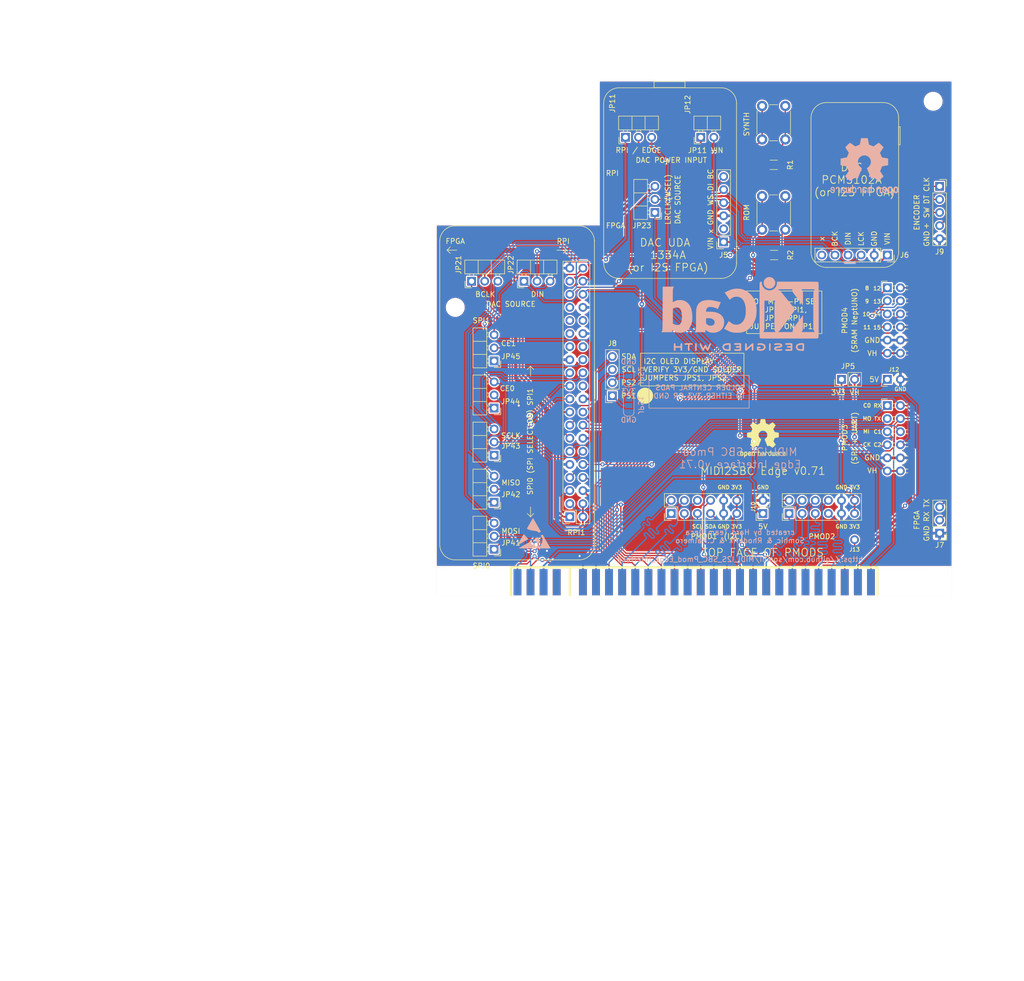
<source format=kicad_pcb>
(kicad_pcb (version 20211014) (generator pcbnew)
  (title_block (title "MIDI I2S SBC Pmod Edge Interface") (date "2022-02-12") (rev "${VERSION}") (company "Hard Team Deca") (comment 2 "2022 Somhic <@somhic at telegram>") (comment 3 "License: CC-BY.SA v4.0"))
  (layers (0 "F.Cu" signal) (31 "B.Cu" signal) (34 "B.Paste" user) (35 "F.Paste" user) (36 "B.SilkS" user "B.Silkscreen") (37 "F.SilkS" user "F.Silkscreen") (38 "B.Mask" user) (39 "F.Mask" user) (44 "Edge.Cuts" user))
  (property "VERSION" "0.71")
  (net 0 "")
  (net 1 "/B26_WSEL_LRCLK_I2S")
  (net 2 "/A27_DIN_I2S")
  (net 3 "/A8_PMOD1_D4")
  (net 4 "/B2_BCLK_I2S")
  (net 5 "/B16_UART_TX_MIDI")
  (net 6 "/B3_SRAMDQ15")
  (net 9 "/SDA_RPI")
  (net 11 "/SCL_RPI")
  (net 12 "/PIMIDI_BUT5")
  (net 13 "/A2_SPI1_CE1")
  (net 21 "/A9_PMOD1_D0")
  (net 22 "/A10_PMOD1_D5")
  (net 23 "/A11_PMOD1_D1")
  (net 31 "/B6_SRAMDQ8")
  (net 33 "/B7_SRAMDQ9")
  (net 34 "/B8_SRAMDQ10")
  (net 35 "/B9_SRAMDQ14")
  (net 36 "/B10_SRAMDQ13")
  (net 37 "/B11_SRAMDQ11")
  (net 38 "/B12_SRAMDQ12")
  (net 39 "VIN")
  (net 40 "5Vpi")
  (net 42 "GND")
  (net 43 "/VH_PMOD")
  (net 48 "+3V3")
  (net 49 "3V3pi")
  (net 50 "/B14_SPI1_CE0_CLKBD")
  (net 51 "/PIMIDI_BUT2")
  (net 52 "/PIMIDI_B3_CLK")
  (net 53 "/PIMIDI_B4_DAT")
  (net 54 "/A2_CE1")
  (net 55 "/B14_CE0_CLKBD")
  (net 56 "/A28_MISO_WSBD")
  (net 57 "/A1_MOSI")
  (net 58 "/B13_SCLK_DABD")
  (net 59 "+5V")
  (net 60 "/A1_SPI0_MOSI")
  (net 61 "/B1_UART_RX")
  (net 62 "/A28_SPI0_MISO")
  (net 63 "/B13_SPI0_SCLK")
  (net 64 "/A2_SPI0_CE1")
  (net 65 "/A28_SPI1_MISO_WSBD")
  (net 66 "/A1_SPI1_MOSI")
  (net 67 "/B13_SPI1_SCLK_DABD")
  (net 68 "/B14_SPI0_CE0")
  (net 69 "Net-(BUT1-Pad1)")
  (net 70 "Net-(BUT2-Pad1)")
  (net 71 "/JP11_Vout")
  (net 73 "/A12_PMOD1_D6")
  (net 74 "/A20_PMOD2_D5")
  (net 75 "/A21_PMOD2_D1")
  (net 76 "/A22_PMOD2_D6")
  (net 77 "/A23_PMOD2_D2")
  (net 78 "/A24_PMOD2_D7")
  (net 79 "/A25_PMOD2_D3")
  (net 80 "/B15_SCL_PM1_D2")
  (net 81 "/B17_PMOD1_D7")
  (net 82 "/B24_JOY_SEL")
  (net 83 "/DAC_WSEL_LRCLK_I2S")
  (net 84 "/DAC_DIN_I2S")
  (net 85 "/DAC_BCLK_I2S")
  (net 86 "/B18_PMOD2_D4")
  (net 87 "/B19_PMOD2_D0")
  (net 88 "/DISPLAY_PS1")
  (net 89 "/DISPLAY_PS2")
  (net 90 "/B21_SDA_PM1_D3")
  (net 91 "/B27_SPI1CE2")
  (footprint "Symbol:OSHW-Logo2_9.8x8mm_SilkScreen" (layer "F.Cu") (at 172.085 114.3)
    (fp_text reference "LO2" hide)
    (fp_text value "OSHW-Logo2_9.8x8mm_SilkScreen" hide)
  )
  (footprint "Connector_PinHeader_2.54mm:PinHeader_1x02_P2.54mm_Vertical" (layer "F.Cu") (at 187.325 102.87 90)
    (fp_text reference "JP5")
    (fp_text value "Conn_01x02" hide)
  )
  (footprint "Connector_PinHeader_2.54mm:PinHeader_1x03_P2.54mm_Horizontal" (layer "F.Cu") (at 125.73 83.82 90)
    (fp_text reference "JP22")
    (fp_text value "Conn_01x03" hide)
  )
  (footprint "Connector_PinHeader_2.54mm:PinHeader_1x01_P2.54mm_Vertical" (layer "F.Cu") (at 189.865 133.985)
    (fp_text reference "J13")
    (fp_text value "Conn_01x01" hide)
  )
  (footprint "MountingHole:MountingHole_3.2mm_M3" (layer "F.Cu") (at 112.4 88.9)
    (fp_text reference "H2" hide)
    (fp_text value "MountingHole" hide)
  )
  (footprint "gomaDOSzero:2X28_SPE2" (layer "F.Cu") (at 124.46 142.24)
    (fp_text reference "EDGE1" hide)
    (fp_text value "ZXSP_ED2X28_SPE_SOL_EDGE" hide)
  )
  (footprint "Button_Switch_THT:SW_PUSH_6mm_H5mm" (layer "F.Cu") (at 176.429 49.805 -90)
    (fp_text reference "BUT1" hide)
    (fp_text value "SW_DIP_x01" hide)
  )
  (footprint "Connector_PinHeader_2.54mm:PinHeader_1x03_P2.54mm_Horizontal" (layer "F.Cu") (at 119.945 99.3 180)
    (fp_text reference "JP45")
    (fp_text value "Conn_01x03" hide)
  )
  (footprint "Connector_PinSocket_2.54mm:PinSocket_2x01_P2.54mm_Horizontal" (layer "F.Cu") (at 196.215 102.87 180)
    (fp_text reference "J12")
    (fp_text value "Conn_01x02" hide)
  )
  (footprint "Connector_PinHeader_2.54mm:PinHeader_1x02_P2.54mm_Horizontal" (layer "F.Cu") (at 160.02 55.88 90)
    (fp_text reference "JP12")
    (fp_text value "Conn_01x02" hide)
  )
  (footprint "gomaDOSzero:PCM5102" (layer "F.Cu") (at 196.215 78.74 -90)
    (fp_text reference "J6")
    (fp_text value "Conn_01x06" hide)
  )
  (footprint "Resistor_SMD:R_1206_3216Metric_Pad1.30x1.75mm_HandSolder" (layer "F.Cu") (at 174.194 61.235)
    (fp_text reference "R1")
    (fp_text value "1k")
  )
  (footprint "Button_Switch_THT:SW_PUSH_6mm_H5mm" (layer "F.Cu") (at 176.429 67.31 -90)
    (fp_text reference "BUT2" hide)
    (fp_text value "SW_DIP_x01" hide)
  )
  (footprint "Connector_PinHeader_2.54mm:PinHeader_1x03_P2.54mm_Horizontal" (layer "F.Cu") (at 119.945 117.58 180)
    (fp_text reference "JP43")
    (fp_text value "Conn_01x03" hide)
  )
  (footprint "Connector_PinHeader_2.54mm:PinHeader_1x03_P2.54mm_Horizontal" (layer "F.Cu") (at 119.945 108.44 180)
    (fp_text reference "JP44")
    (fp_text value "Conn_01x03" hide)
  )
  (footprint "gomaDOSzero:Pmod_2x06_P2.54mm_Vertical_2" (layer "F.Cu") (at 154.305 128.905 90)
    (fp_text reference "J1" hide)
    (fp_text value "PMOD1")
  )
  (footprint "gomaDOSzero:Pmod_2x06_P2.54mm_Vertical_2" (layer "F.Cu") (at 177.165 128.905 90)
    (fp_text reference "J2" hide)
    (fp_text value "PMOD2")
  )
  (footprint "gomaDOSzero:UDA1334" (layer "F.Cu") (at 164.465 76.2 180)
    (fp_text reference "J5")
    (fp_text value "Conn_01x06" hide)
  )
  (footprint "Connector_PinSocket_2.54mm:PinSocket_1x02_P2.54mm_Vertical" (layer "F.Cu") (at 172.085 128.905 180)
    (fp_text reference "J10")
    (fp_text value "Conn_01x02" hide)
  )
  (footprint "Connector_PinHeader_2.54mm:PinHeader_1x03_P2.54mm_Vertical" (layer "F.Cu") (at 206.375 132.715 180)
    (fp_text reference "J7")
    (fp_text value "Conn_01x03" hide)
  )
  (footprint "Connector_PinSocket_2.54mm:PinSocket_2x20_P2.54mm_Vertical" (layer "F.Cu") (at 134.62 129.54 180)
    (fp_text reference "RPI1")
    (fp_text value "RASPBERRYPI_BPLUS_BONNETNODIM" hide)
  )
  (footprint "MountingHole:MountingHole_3.2mm_M3" (layer "F.Cu") (at 205.105 48.895)
    (fp_text reference "H1" hide)
    (fp_text value "MountingHole" hide)
  )
  (footprint "Connector_PinHeader_2.54mm:PinHeader_1x03_P2.54mm_Horizontal" (layer "F.Cu") (at 119.945 126.72 180)
    (fp_text reference "JP42")
    (fp_text value "Conn_01x03" hide)
  )
  (footprint "MountingHole:MountingHole_3.2mm_M3" (layer "F.Cu") (at 205.1 141.3)
    (fp_text reference "H3" hide)
    (fp_text value "MountingHole" hide)
  )
  (footprint "Resistor_SMD:R_1206_3216Metric_Pad1.30x1.75mm_HandSolder" (layer "F.Cu") (at 174.244 78.74)
    (fp_text reference "R2")
    (fp_text value "1k")
  )
  (footprint "Connector_PinSocket_2.54mm:PinSocket_1x05_P2.54mm_Vertical" (layer "F.Cu") (at 206.3672 65.405)
    (fp_text reference "J9")
    (fp_text value "Conn_01x05" hide)
  )
  (footprint "MountingHole:MountingHole_3.2mm_M3" (layer "F.Cu") (at 112.4 141.3)
    (fp_text reference "H4" hide)
    (fp_text value "MountingHole" hide)
  )
  (footprint "Connector_PinHeader_2.54mm:PinHeader_1x03_P2.54mm_Horizontal" (layer "F.Cu") (at 151.13 70.485 180)
    (fp_text reference "JP23")
    (fp_text value "Conn_01x03" hide)
  )
  (footprint "Connector_PinHeader_2.54mm:PinHeader_1x03_P2.54mm_Horizontal" (layer "F.Cu") (at 115.57 83.82 90)
    (fp_text reference "JP21")
    (fp_text value "Conn_01x03" hide)
  )
  (footprint "gomaDOSzero:PMOD_Female_Horizontal_2" (layer "F.Cu") (at 196.215 97.79 180)
    (fp_text reference "J4" hide)
    (fp_text value "PMOD4")
  )
  (footprint "gomaDOSzero:I2C_DISPLAY_MULTI2" (layer "F.Cu") (at 142.875 106.045 180)
    (fp_text reference "J8")
    (fp_text value "Conn_01x04" hide)
  )
  (footprint "gomaDOSzero:PMOD_Female_Horizontal_2" (layer "F.Cu") (at 196.215 120.65 180)
    (fp_text reference "J3" hide)
    (fp_text value "PMOD3")
  )
  (footprint "Connector_PinHeader_2.54mm:PinHeader_1x03_P2.54mm_Horizontal" (layer "F.Cu") (at 145.415 55.88 90)
    (fp_text reference "JP11")
    (fp_text value "Conn_01x03" hide)
  )
  (footprint "Connector_PinHeader_2.54mm:PinHeader_1x03_P2.54mm_Horizontal" (layer "F.Cu") (at 119.945 135.845 180)
    (fp_text reference "JP41")
    (fp_text value "Conn_01x03" hide)
  )
  (footprint "Jumper:SolderJumper-3_P1.3mm_Open_RoundedPad1.0x1.5mm_NumberLabels" (layer "B.Cu") (at 146.05 107.95 90)
    (fp_text reference "JPS1")
    (fp_text value "SolderJumper_3_Open" hide)
  )
  (footprint "Symbol:KiCad-Logo2_12mm_SilkScreen" (layer "B.Cu") (at 167.654893 88.937106 180)
    (fp_text reference "LO1" hide)
    (fp_text value "KiCad-Logo2_12mm_SilkScreen" hide)
  )
  (footprint "Symbol:ESD-Logo_6.6x6mm_SilkScreen" (layer "B.Cu") (at 127.635 132.715 180)
    (fp_text reference "LO4" hide)
    (fp_text value "ESD-Logo_6.6x6mm_SilkScreen" hide)
  )
  (footprint "Symbol:OSHW-Logo2_14.6x12mm_SilkScreen" (layer "B.Cu") (at 191.77 61.595 180)
    (fp_text reference "LO3" hide)
    (fp_text value "OSHW-Logo2_14.6x12mm_SilkScreen" hide)
  )
  (footprint "Jumper:SolderJumper-3_P1.3mm_Open_RoundedPad1.0x1.5mm_NumberLabels" (layer "B.Cu") (at 146.05 102.235 -90)
    (fp_text reference "JPS2")
    (fp_text value "SolderJumper_3_Open" hide)
  )
  (gr_rect (start 149.987 102.108) (end 169.418 108.458) (layer "B.SilkS") (width 0.12) (fill none))
  (gr_line (start 133.985 77.7875) (end 133.35 77.1525) (layer "F.SilkS") (width 0.12))
  (gr_rect (start 148.336 97.79) (end 168.402 104.14) (layer "F.SilkS") (width 0.12) (fill none))
  (gr_line (start 132.08 77.7875) (end 133.985 77.7875) (layer "F.SilkS") (width 0.12))
  (gr_line (start 127 129.54) (end 126.365 128.905) (layer "F.SilkS") (width 0.12))
  (gr_line (start 127 100.33) (end 127.635 100.965) (layer "F.SilkS") (width 0.12))
  (gr_line (start 112.7125 77.7875) (end 110.8075 77.7875) (layer "F.SilkS") (width 0.12))
  (gr_line (start 133.985 77.7875) (end 133.35 78.4225) (layer "F.SilkS") (width 0.12))
  (gr_circle (center 149.225 106.045) (end 150.7236 106.045) (layer "F.SilkS") (width 0.12) (fill solid))
  (gr_rect (start 168.91 85.725) (end 183.515 93.98) (layer "F.SilkS") (width 0.12) (fill none))
  (gr_line (start 127 102.235) (end 127 100.33) (layer "F.SilkS") (width 0.12))
  (gr_line (start 127 100.33) (end 126.365 100.965) (layer "F.SilkS") (width 0.12))
  (gr_line (start 127 127.635) (end 127 129.54) (layer "F.SilkS") (width 0.12))
  (gr_line (start 127 129.54) (end 127.635 128.905) (layer "F.SilkS") (width 0.12))
  (gr_line (start 110.8075 77.7875) (end 111.4425 77.1525) (layer "F.SilkS") (width 0.12))
  (gr_line (start 110.8075 77.7875) (end 111.4425 78.4225) (layer "F.SilkS") (width 0.12))
  (gr_line (start 208.725 44.9497) (end 208.725 144.93875) (layer "Edge.Cuts") (width 0.01))
  (gr_line (start 140.335 44.9497) (end 208.725 44.9497) (layer "Edge.Cuts") (width 0.01))
  (gr_line (start 108.75 144.93875) (end 208.725 144.93875) (layer "Edge.Cuts") (width 0.01))
  (gr_line (start 140.335 72.9387) (end 140.335 44.9497) (layer "Edge.Cuts") (width 0.01))
  (gr_line (start 108.75 144.93875) (end 108.75 72.9387) (layer "Edge.Cuts") (width 0.01))
  (gr_line (start 108.75 72.9387) (end 140.335 72.9387) (layer "Edge.Cuts") (width 0.01))
  (gr_text "MIDI I2S SBC Pmod\nEdge Interface v${VERSION}\n\n" (at 167.64 119.38) (layer "B.SilkS") (effects (font (size 1.5 1.5)) (justify mirror)))
  (gr_text "SOLDER CENTRAL PADS\nTO EITHER 3V3 OR GND" (at 168.783 105.283) (layer "B.SilkS") (effects (font (size 1 1)) (justify left mirror)))
  (gr_text "created by Hard Team Deca\nSomhic & Rhoderik & C.Palmero\n" (at 167.64 133.35) (layer "B.SilkS") (effects (font (size 1 1)) (justify mirror)))
  (gr_text "https://github.com/somhi/MIDI_I2S_SBC_Pmod_Edge_Interface" (at 167.64 137.795) (layer "B.SilkS") (effects (font (size 1 1)) (justify mirror)))
  (gr_text "GND" (at 203.835 75.565 90) (layer "F.SilkS") (effects (font (size 1 1))))
  (gr_text "BCK" (at 186.055 75.565 90) (layer "F.SilkS") (effects (font (size 1 1))))
  (gr_text "SPI0" (at 117.475 139.065) (layer "F.SilkS") (effects (font (size 1 1))))
  (gr_text "CLK" (at 203.835 65.024 90) (layer "F.SilkS") (effects (font (size 1 1))))
  (gr_text "CK" (at 192.278 115.535) (layer "F.SilkS") (effects (font (size 0.75 0.75))))
  (gr_text "3V3" (at 186.69 105.41) (layer "F.SilkS") (effects (font (size 1 1))))
  (gr_text "TX" (at 194.31 110.525) (layer "F.SilkS") (effects (font (size 0.75 0.75))))
  (gr_text "x" (at 183.515 75.565 90) (layer "F.SilkS") (effects (font (size 1 1))))
  (gr_text "DAC SOURCE\n" (at 155.575 67.945 90) (layer "F.SilkS") (effects (font (size 1 1))))
  (gr_text "TOP FACE OF PMODS" (at 172.085 136.485) (layer "F.SilkS") (effects (font (size 1.5 1.5))))
  (gr_text "14" (at 194.22 90.255) (layer "F.SilkS") (effects (font (size 0.75 0.75))))
  (gr_text "5V" (at 172.085 131.445) (layer "F.SilkS") (effects (font (size 1 1))))
  (gr_text "GND" (at 193.675 75.565 90) (layer "F.SilkS") (effects (font (size 1 1))))
  (gr_text "PS2" (at 146.05 103.505) (layer "F.SilkS") (effects (font (size 1 1))))
  (gr_text "GND" (at 193.294 95.275) (layer "F.SilkS") (effects (font (size 1 1))))
  (gr_text "CE0" (at 122.485 104.63) (layer "F.SilkS") (effects (font (size 1 1))))
  (gr_text "VH" (at 193.294 120.59) (layer "F.SilkS") (effects (font (size 1 1))))
  (gr_text "C2" (at 194.31 115.57) (layer "F.SilkS") (effects (font (size 0.75 0.75))))
  (gr_text "GND" (at 198.755 104.775) (layer "F.SilkS") (effects (font (size 0.75 0.75))))
  (gr_text "RPI" (at 142.875 62.865) (layer "F.SilkS") (effects (font (size 1 1))))
  (gr_text "GND" (at 164.465 123.825) (layer "F.SilkS") (effects (font (size 0.75 0.75))))
  (gr_text "3V3" (at 189.865 131.445) (layer "F.SilkS") (effects (font (size 0.75 0.75))))
  (gr_text "VIN" (at 196.215 75.565 90) (layer "F.SilkS") (effects (font (size 1 1))))
  (gr_text "FOR MT32-PI SET \nJP4x SPI1,\nJP11 RPI, \nJUMPER ON JP12 " (at 176.53 90.17) (layer "F.SilkS") (effects (font (size 1 1))))
  (gr_text "BCLK" (at 116.205 86.36) (layer "F.SilkS") (effects (font (size 1 1)) (justify left)))
  (gr_text "3V3" (at 166.98 123.825) (layer "F.SilkS") (effects (font (size 0.75 0.75))))
  (gr_text "SW" (at 203.835 70.485 90) (layer "F.SilkS") (effects (font (size 1 1))))
  (gr_text "11" (at 192.278 92.76) (layer "F.SilkS") (effects (font (size 0.75 0.75))))
  (gr_text "FPGA" (at 201.93 130.175 90) (layer "F.SilkS") (effects (font (size 1 1))))
  (gr_text "GND" (at 164.465 131.445) (layer "F.SilkS") (effects (font (size 0.75 0.75))))
  (gr_text "MOSI" (at 123.19 132.334) (layer "F.SilkS") (effects (font (size 1 1))))
  (gr_text "VIN" (at 163.195 58.42) (layer "F.SilkS") (effects (font (size 1 1))))
  (gr_text "10" (at 192.151 90.22) (layer "F.SilkS") (effects (font (size 0.75 0.75))))
  (gr_text "MISO" (at 123.19 122.925) (layer "F.SilkS") (effects (font (size 1 1))))
  (gr_text "DT" (at 203.835 67.945 90) (layer "F.SilkS") (effects (font (size 1 1))))
  (gr_text "RX" (at 194.31 107.985) (layer "F.SilkS") (effects (font (size 0.75 0.75))))
  (gr_text "DAC POWER INPUT" (at 154.305 60.325) (layer "F.SilkS") (effects (font (size 1 1))))
  (gr_text "C1" (at 194.31 113.03) (layer "F.SilkS") (effects (font (size 0.75 0.75))))
  (gr_text "VH" (at 193.294 97.815) (layer "F.SilkS") (effects (font (size 1 1))))
  (gr_text "+" (at 203.835 73.025) (layer "F.SilkS") (effects (font (size 1 1))))
  (gr_text "GND" (at 187.325 131.445) (layer "F.SilkS") (effects (font (size 0.75 0.75))))
  (gr_text "LRCLK(WSEL)" (at 153.67 67.945 90) (layer "F.SilkS") (effects (font (size 1 1))))
  (gr_text "GND" (at 172.085 123.825) (layer "F.SilkS") (effects (font (size 0.75 0.75))))
  (gr_text "FPGA" (at 143.51 73.025) (layer "F.SilkS") (effects (font (size 1 1))))
  (gr_text "SPI1" (at 117.475 91.44) (layer "F.SilkS") (effects (font (size 1 1))))
  (gr_text "FPGA" (at 112.395 76.060001) (layer "F.SilkS") (effects (font (size 1 1))))
  (gr_text "15" (at 194.22 92.795) (layer "F.SilkS") (effects (font (size 0.75 0.75))))
  (gr_text "I2C OLED DISPLAY\nVERIFY 3V3/GND SOLDER \nJUMPERS JPS1, JPS2" (at 148.844 100.965) (layer "F.SilkS") (effects (font (size 1 1)) (justify left)))
  (gr_text "8" (at 192.278 85.175) (layer "F.SilkS") (effects (font (size 0.75 0.75))))
  (gr_text "DAC UDA \n1334A\n(or I2S FPGA)" (at 153.67 78.74) (layer "F.SilkS") (effects (font (size 1.5 1.5))))
  (gr_text "DIN" (at 127 86.36) (layer "F.SilkS") (effects (font (size 1 1)) (justify left)))
  (gr_text "SCL" (at 159.385 131.445) (layer "F.SilkS") (effects (font (size 0.75 0.75))))
  (gr_text "SPI0 (SPI SELECTION) SPI1" (at 126.93 114.935 90) (layer "F.SilkS") (effects (font (size 1 1))))
  (gr_text "(SPI + UART)" (at 189.865 114.3 90) (layer "F.SilkS") (effects (font (size 1 1))))
  (gr_text "SCLK" (at 123.19 113.785) (layer "F.SilkS") (effects (font (size 1 1))))
  (gr_text "ROM" (at 168.91 70.485 90) (layer "F.SilkS") (effects (font (size 1 1))))
  (gr_text "RPI" (at 133.35 76.060001) (layer "F.SilkS") (effects (font (size 1 1))))
  (gr_text "SYNTH" (at 168.91 53.34 90) (layer "F.SilkS") (effects (font (size 1 1))))
  (gr_text "SCL" (at 146.05 100.965) (layer "F.SilkS") (effects (font (size 1 1))))
  (gr_text "5V" (at 193.675 102.87) (layer "F.SilkS") (effects (font (size 1 1))))
  (gr_text "CE1" (at 122.739 95.885) (layer "F.SilkS") (effects (font (size 1 1))))
  (gr_text "SDA" (at 161.925 131.445) (layer "F.SilkS") (effects (font (size 0.75 0.75))))
  (gr_text "LCK" (at 191.135 75.565 90) (layer "F.SilkS") (effects (font (size 1 1))))
  (gr_text "VH" (at 189.865 105.41) (layer "F.SilkS") (effects (font (size 1 1))))
  (gr_text "MI" (at 192.151 112.995) (layer "F.SilkS") (effects (font (size 0.75 0.75))))
  (gr_text "9" (at 192.278 87.715) (layer "F.SilkS") (effects (font (size 0.75 0.75))))
  (gr_text "12" (at 194.22 85.21) (layer "F.SilkS") (effects (font (size 0.75 0.75))))
  (gr_text "13" (at 194.22 87.75) (layer "F.SilkS") (effects (font (size 0.75 0.75))))
  (gr_text "(SRAM NeptUNO)" (at 189.865 91.44 90) (layer "F.SilkS") (effects (font (size 1 1))))
  (gr_text "GND" (at 193.294 118.05) (layer "F.SilkS") (effects (font (size 1 1))))
  (gr_text "SDA" (at 146.05 98.425) (layer "F.SilkS") (effects (font (size 1 1))))
  (gr_text "MO" (at 192.278 110.49) (layer "F.SilkS") (effects (font (size 0.75 0.75))))
  (gr_text "PS1" (at 146.05 106.045) (layer "F.SilkS") (effects (font (size 1 1))))
  (gr_text "3V3" (at 166.98 131.445) (layer "F.SilkS") (effects (font (size 0.75 0.75))))
  (gr_text "DIN" (at 188.595 75.565 90) (layer "F.SilkS") (effects (font (size 1 1))))
  (gr_text "MIDI2SBC Edge v${VERSION}\n" (at 172.085 120.65) (layer "F.SilkS") (effects (font (size 1.5 1.5))))
  (gr_text "ENCODER\n" (at 201.93 70.485 90) (layer "F.SilkS") (effects (font (size 1 1))))
  (gr_text "DAC \nPCM5102A \n(or I2S FPGA)" (at 189.865 64.135) (layer "F.SilkS") (effects (font (size 1.5 1.5))))
  (gr_text "GND RX TX" (at 203.835 130.175 90) (layer "F.SilkS") (effects (font (size 1 1))))
  (gr_text "RPI / EDGE" (at 147.955 58.395) (layer "F.SilkS") (effects (font (size 1 1))))
  (gr_text "C0" (at 192.278 107.95) (layer "F.SilkS") (effects (font (size 0.75 0.75))))
  (gr_text "DAC SOURCE\n" (at 123.19 88.265) (layer "F.SilkS") (effects (font (size 1 1))))
  (gr_text "3V3" (at 189.865 123.825) (layer "F.SilkS") (effects (font (size 0.75 0.75))))
  (gr_text "(I2C)" (at 166.37 133.35) (layer "F.SilkS") (effects (font (size 1 1))))
  (gr_text "JP11" (at 159.385 58.42) (layer "F.SilkS") (effects (font (size 1 1))))
  (gr_text "GND" (at 187.325 123.825) (layer "F.SilkS") (effects (font (size 0.75 0.75))))
  (segment (start 187.96 139.065) (end 187.96 142.24) (width 0.25) (layer "F.Cu") (net 1))
  (segment (start 199.644 127.381) (end 187.96 139.065) (width 0.25) (layer "F.Cu") (net 1))
  (via (at 199.644 127.381) (size 0.8) (drill 0.4) (layers "F.Cu" "B.Cu") (net 1))
  (segment (start 199.644 127.381) (end 201.93 125.095) (width 0.25) (layer "B.Cu") (net 1))
  (segment (start 201.93 125.095) (end 201.93 107.95) (width 0.25) (layer "B.Cu") (net 1))
  (segment (start 201.93 107.95) (end 199.57228 105.59228) (width 0.25) (layer "B.Cu") (net 1))
  (segment (start 169.72728 105.59228) (end 151.13 86.995) (width 0.25) (layer "B.Cu") (net 1))
  (segment (start 199.57228 105.59228) (end 169.72728 105.59228) (width 0.25) (layer "B.Cu") (net 1))
  (segment (start 151.13 86.995) (end 151.13 70.485) (width 0.25) (layer "B.Cu") (net 1))
  (segment (start 167.64 113.7577) (end 167.64 105.156) (width 0.25) (layer "F.Cu") (net 2))
  (segment (start 167.64 105.156) (end 167.710062 105.085938) (width 0.25) (layer "F.Cu") (net 2))
  (via (at 167.710062 105.085938) (size 0.8) (drill 0.4) (layers "F.Cu" "B.Cu") (net 2))
  (via (at 167.64 113.7577) (size 0.8) (drill 0.4) (layers "F.Cu" "B.Cu") (net 2))
  (segment (start 167.710062 105.085938) (end 167.32118 105.085938) (width 0.25) (layer "B.Cu") (net 2))
  (segment (start 167.32118 105.085938) (end 147.232953 84.997711) (width 0.25) (layer "B.Cu") (net 2))
  (segment (start 135.107825 87.722289) (end 129.632289 87.722289) (width 0.25) (layer "B.Cu") (net 2))
  (segment (start 135.982289 86.847825) (end 135.107825 87.722289) (width 0.25) (layer "B.Cu") (net 2))
  (segment (start 135.982289 85.872175) (end 135.982289 86.847825) (width 0.25) (layer "B.Cu") (net 2))
  (segment (start 147.232953 84.997711) (end 136.856753 84.997711) (width 0.25) (layer "B.Cu") (net 2))
  (segment (start 194.183 135.382) (end 190.5 139.065) (width 0.25) (layer "B.Cu") (net 2))
  (segment (start 129.632289 87.722289) (end 125.73 83.82) (width 0.25) (layer "B.Cu") (net 2))
  (segment (start 194.183 120.626964) (end 194.183 135.382) (width 0.25) (layer "B.Cu") (net 2))
  (segment (start 190.5 139.065) (end 190.5 142.24) (width 0.25) (layer "B.Cu") (net 2))
  (segment (start 167.64 113.7577) (end 167.7327 113.665) (width 0.25) (layer "B.Cu") (net 2))
  (segment (start 167.7327 113.665) (end 187.221036 113.665) (width 0.25) (layer "B.Cu") (net 2))
  (segment (start 136.856753 84.997711) (end 135.982289 85.872175) (width 0.25) (layer "B.Cu") (net 2))
  (segment (start 187.221036 113.665) (end 194.183 120.626964) (width 0.25) (layer "B.Cu") (net 2))
  (segment (start 150.197734 130.048) (end 150.197735 130.048) (width 0.25) (layer "B.Cu") (net 3))
  (segment (start 148.83212 131.227971) (end 148.924941 131.320792) (width 0.25) (layer "B.Cu") (net 3))
  (segment (start 154.305 126.365) (end 150.622 130.048) (width 0.25) (layer "B.Cu") (net 3))
  (segment (start 149.678461 131.225783) (end 149.256385 130.803707) (width 0.25) (layer "B.Cu") (net 3))
  (segment (start 150.197735 130.048) (end 150.104913 129.955178) (width 0.25) (layer "B.Cu") (net 3))
  (segment (start 147.480551 133.189449) (end 142.24 138.43) (width 0.25) (layer "B.Cu") (net 3))
  (segment (start 148.924941 131.745056) (end 147.480551 133.189449) (width 0.25) (layer "B.Cu") (net 3))
  (segment (start 149.77347 130.472263) (end 150.102725 130.801519) (width 0.25) (layer "B.Cu") (net 3))
  (segment (start 149.680649 130.379442) (end 149.77347 130.472263) (width 0.25) (layer "B.Cu") (net 3))
  (segment (start 150.102724 131.035763) (end 149.912705 131.225783) (width 0.25) (layer "B.Cu") (net 3))
  (segment (start 142.24 138.43) (end 142.24 142.24) (width 0.25) (layer "B.Cu") (net 3))
  (segment (start 149.678462 131.225784) (end 149.678461 131.225783) (width 0.25) (layer "B.Cu") (net 3))
  (segment (start 148.832121 130.803707) (end 148.83212 130.803707) (width 0.25) (layer "B.Cu") (net 3))
  (segment (start 150.102725 131.035763) (end 150.102724 131.035763) (width 0.25) (layer "B.Cu") (net 3))
  (arc (start 148.83212 130.803707) (mid 148.744252 131.015839) (end 148.83212 131.227971) (width 0.25) (layer "B.Cu") (net 3))
  (arc (start 149.256385 130.803707) (mid 149.044253 130.715839) (end 148.832121 130.803707) (width 0.25) (layer "B.Cu") (net 3))
  (arc (start 149.912705 131.225783) (mid 149.795583 131.274298) (end 149.678462 131.225784) (width 0.25) (layer "B.Cu") (net 3))
  (arc (start 149.680649 129.955178) (mid 149.592781 130.16731) (end 149.680649 130.379442) (width 0.25) (layer "B.Cu") (net 3))
  (arc (start 150.622 130.048) (mid 150.409867 130.135868) (end 150.197734 130.048) (width 0.25) (layer "B.Cu") (net 3))
  (arc (start 148.924941 131.320792) (mid 149.012809 131.532924) (end 148.924941 131.745056) (width 0.25) (layer "B.Cu") (net 3))
  (arc (start 150.102725 130.801519) (mid 150.151239 130.918641) (end 150.102725 131.035763) (width 0.25) (layer "B.Cu") (net 3))
  (arc (start 150.104913 129.955178) (mid 149.892781 129.86731) (end 149.680649 129.955178) (width 0.25) (layer "B.Cu") (net 3))
  (segment (start 115.57 85.09) (end 123.444 92.964) (width 0.25) (layer "F.Cu") (net 4))
  (segment (start 128.515111 133.595111) (end 128.515111 137.676889) (width 0.25) (layer "F.Cu") (net 4))
  (segment (start 129.286 108.966) (end 129.286 132.824222) (width 0.25) (layer "F.Cu") (net 4))
  (segment (start 123.444 92.964) (end 123.444 103.124) (width 0.25) (layer "F.Cu") (net 4))
  (segment (start 129.286 132.824222) (end 128.515111 133.595111) (width 0.25) (layer "F.Cu") (net 4))
  (segment (start 128.515111 137.676889) (end 127 139.192) (width 0.25) (layer "F.Cu") (net 4))
  (segment (start 127 139.192) (end 127 142.24) (width 0.25) (layer "F.Cu") (net 4))
  (segment (start 115.57 83.82) (end 115.57 85.09) (width 0.25) (layer "F.Cu") (net 4))
  (segment (start 123.444 103.124) (end 129.286 108.966) (width 0.25) (layer "F.Cu") (net 4))
  (segment (start 201.797758 110.49) (end 207.19228 115.884522) (width 0.25) (layer "F.Cu") (net 5))
  (segment (start 162.56 138.753422) (end 160.620289 136.813711) (width 0.25) (layer "F.Cu") (net 5))
  (segment (start 160.528 117.856) (end 161.636289 116.747711) (width 0.25) (layer "F.Cu") (net 5))
  (segment (start 150.495 119.38) (end 153.127289 116.747711) (width 0.25) (layer "F.Cu") (net 5))
  (segment (start 197.577289 115.873247) (end 197.577289 111.667711) (width 0.25) (layer "F.Cu") (net 5))
  (segment (start 198.755 110.49) (end 201.797758 110.49) (width 0.25) (layer "F.Cu") (net 5))
  (segment (start 207.19228 115.884522) (end 207.19228 126.81772) (width 0.25) (layer "F.Cu") (net 5))
  (segment (start 153.127289 116.747711) (end 161.636289 116.747711) (width 0.25) (layer "F.Cu") (net 5))
  (segment (start 162.56 142.24) (end 162.56 138.753422) (width 0.25) (layer "F.Cu") (net 5))
  (segment (start 140.97 119.38) (end 137.16 119.38) (width 0.25) (layer "F.Cu") (net 5))
  (segment (start 161.636289 116.747711) (end 196.702825 116.747711) (width 0.25) (layer "F.Cu") (net 5))
  (segment (start 160.528 123.825) (end 160.528 117.856) (width 0.25) (layer "F.Cu") (net 5))
  (segment (start 207.19228 126.81772) (end 206.375 127.635) (width 0.25) (layer "F.Cu") (net 5))
  (segment (start 196.702825 116.747711) (end 197.577289 115.873247) (width 0.25) (layer "F.Cu") (net 5))
  (segment (start 197.577289 111.667711) (end 198.755 110.49) (width 0.25) (layer "F.Cu") (net 5))
  (via (at 160.620289 136.813711) (size 0.8) (drill 0.4) (layers "F.Cu" "B.Cu") (net 5))
  (via (at 140.97 119.38) (size 0.8) (drill 0.4) (layers "F.Cu" "B.Cu") (net 5))
  (via (at 150.495 119.38) (size 0.8) (drill 0.4) (layers "F.Cu" "B.Cu") (net 5))
  (via (at 160.528 123.825) (size 0.8) (drill 0.4) (layers "F.Cu" "B.Cu") (net 5))
  (segment (start 160.528 123.825) (end 160.620289 123.917289) (width 0.25) (layer "B.Cu") (net 5))
  (segment (start 150.495 119.38) (end 140.97 119.38) (width 0.25) (layer "B.Cu") (net 5))
  (segment (start 160.620289 123.917289) (end 160.620289 136.813711) (width 0.25) (layer "B.Cu") (net 5))
  (segment (start 129.54 139.065) (end 130.175 138.43) (width 0.25) (layer "F.Cu") (net 6))
  (segment (start 194.564 85.598) (end 194.564 84.385578) (width 0.25) (layer "F.Cu") (net 6))
  (segment (start 201.295 85.09) (end 201.295 91.1225) (width 0.25) (layer "F.Cu") (net 6))
  (segment (start 192.532 87.63) (end 194.564 85.598) (width 0.25) (layer "F.Cu") (net 6))
  (segment (start 137.154758 138.43) (end 139.88228 135.702478) (width 0.25) (layer "F.Cu") (net 6))
  (segment (start 139.882281 123.637477) (end 175.889758 87.63) (width 0.25) (layer "F.Cu") (net 6))
  (segment (start 130.175 138.43) (end 137.154758 138.43) (width 0.25) (layer "F.Cu") (net 6))
  (segment (start 194.564 84.385578) (end 195.129578 83.82) (width 0.25) (layer "F.Cu") (net 6))
  (segment (start 175.889758 87.63) (end 192.532 87.63) (width 0.25) (layer "F.Cu") (net 6))
  (segment (start 195.129578 83.82) (end 200.025 83.82) (width 0.25) (layer "F.Cu") (net 6))
  (segment (start 199.7075 92.71) (end 198.755 92.71) (width 0.25) (layer "F.Cu") (net 6))
  (segment (start 200.025 83.82) (end 201.295 85.09) (width 0.25) (layer "F.Cu") (net 6))
  (segment (start 201.295 91.1225) (end 199.7075 92.71) (width 0.25) (layer "F.Cu") (net 6))
  (segment (start 129.54 142.24) (end 129.54 139.065) (width 0.25) (layer "F.Cu") (net 6))
  (segment (start 139.88228 135.702478) (end 139.882281 123.637477) (width 0.25) (layer "F.Cu") (net 6))
  (segment (start 135.89 128.27) (end 134.62 127) (width 0.25) (layer "B.Cu") (net 9))
  (segment (start 139.7 127) (end 138.43 128.27) (width 0.25) (layer "B.Cu") (net 9))
  (segment (start 138.43 128.27) (end 135.89 128.27) (width 0.25) (layer "B.Cu") (net 9))
  (segment (start 139.7 101.6) (end 139.7 127) (width 0.25) (layer "B.Cu") (net 9))
  (segment (start 142.875 98.425) (end 139.7 101.6) (width 0.25) (layer "B.Cu") (net 9))
  (segment (start 134.366 124.46) (end 134.62 124.46) (width 0.25) (layer "B.Cu") (net 11))
  (segment (start 138.684 128.778) (end 138.684 130.048) (width 0.25) (layer "B.Cu") (net 11))
  (segment (start 140.335 113.665) (end 140.242289 113.757711) (width 0.25) (layer "B.Cu") (net 11))
  (segment (start 132.969 125.857) (end 134.366 124.46) (width 0.25) (layer "B.Cu") (net 11))
  (segment (start 140.242289 113.757711) (end 140.242289 127.219711) (width 0.25) (layer "B.Cu") (net 11))
  (segment (start 142.875 100.965) (end 140.335 103.505) (width 0.25) (layer "B.Cu") (net 11))
  (segment (start 138.684 130.048) (end 137.414 131.318) (width 0.25) (layer "B.Cu") (net 11))
  (segment (start 137.414 131.318) (end 133.731 131.318) (width 0.25) (layer "B.Cu") (net 11))
  (segment (start 140.335 103.505) (end 140.335 113.665) (width 0.25) (layer "B.Cu") (net 11))
  (segment (start 132.969 130.556) (end 132.969 125.857) (width 0.25) (layer "B.Cu") (net 11))
  (segment (start 133.731 131.318) (end 132.969 130.556) (width 0.25) (layer "B.Cu") (net 11))
  (segment (start 140.242289 127.219711) (end 138.684 128.778) (width 0.25) (layer "B.Cu") (net 11))
  (segment (start 155.282598 106.17888) (end 155.282598 106.337402) (width 0.25) (layer "F.Cu") (net 12))
  (segment (start 155.708896 105.752598) (end 155.70888 105.752598) (width 0.25) (layer "F.Cu") (net 12))
  (segment (start 200.844957 72.205043) (end 200.844957 80.358665) (width 0.25) (layer "F.Cu") (net 12))
  (segment (start 140.97 120.65) (end 135.89 120.65) (width 0.25) (layer "F.Cu") (net 12))
  (segment (start 202.565 70.485) (end 200.844957 72.205043) (width 0.25) (layer "F.Cu") (net 12))
  (segment (start 200.844957 80.358665) (end 198.504145 82.699477) (width 0.25) (layer "F.Cu") (net 12))
  (segment (start 155.70888 105.752598) (end 155.282598 106.17888) (width 0.25) (layer "F.Cu") (net 12))
  (segment (start 206.3672 70.485) (end 202.565 70.485) (width 0.25) (layer "F.Cu") (net 12))
  (segment (start 178.762017 82.699477) (end 155.708896 105.752598) (width 0.25) (layer "F.Cu") (net 12))
  (segment (start 155.282598 106.337402) (end 140.97 120.65) (width 0.25) (layer "F.Cu") (net 12))
  (segment (start 198.504145 82.699477) (end 178.762017 82.699477) (width 0.25) (layer "F.Cu") (net 12))
  (segment (start 135.89 120.65) (end 134.62 121.92) (width 0.25) (layer "F.Cu") (net 12))
  (segment (start 119.945 90.735) (end 119.945 94.22) (width 0.25) (layer "F.Cu") (net 13))
  (segment (start 171.929 49.805) (end 171.929 56.305) (width 0.25) (layer "F.Cu") (net 13))
  (segment (start 171.929 56.305) (end 169.56 58.674) (width 0.25) (layer "F.Cu") (net 13))
  (segment (start 119.888 76.962) (end 113.665 83.185) (width 0.25) (layer "F.Cu") (net 13))
  (segment (start 113.665 84.455) (end 119.945 90.735) (width 0.25) (layer "F.Cu") (net 13))
  (segment (start 113.665 83.185) (end 113.665 84.455) (width 0.25) (layer "F.Cu") (net 13))
  (segment (start 169.56 58.674) (end 155.321 58.674) (width 0.25) (layer "F.Cu") (net 13))
  (segment (start 143.764 70.231) (end 143.764 74.168) (width 0.25) (layer "F.Cu") (net 13))
  (segment (start 140.97 76.962) (end 119.888 76.962) (width 0.25) (layer "F.Cu") (net 13))
  (segment (start 155.321 58.674) (end 143.764 70.231) (width 0.25) (layer "F.Cu") (net 13))
  (segment (start 143.764 74.168) (end 140.97 76.962) (width 0.25) (layer "F.Cu") (net 13))
  (segment (start 138.384511 95.839511) (end 138.384511 114.80721) (width 0.25) (layer "B.Cu") (net 13))
  (segment (start 120.929511 95.204511) (end 137.749511 95.204511) (width 0.25) (layer "B.Cu") (net 13))
  (segment (start 119.945 94.22) (end 120.929511 95.204511) (width 0.25) (layer "B.Cu") (net 13))
  (segment (start 137.749511 95.204511) (end 138.384511 95.839511) (width 0.25) (layer "B.Cu") (net 13))
  (segment (start 137.529432 115.662289) (end 135.797711 115.662289) (width 0.25) (layer "B.Cu") (net 13))
  (segment (start 135.797711 115.662289) (end 134.62 116.84) (width 0.25) (layer "B.Cu") (net 13))
  (segment (start 138.384511 114.80721) (end 137.529432 115.662289) (width 0.25) (layer "B.Cu") (net 13))
  (segment (start 144.78 138.43) (end 144.78 142.24) (width 0.25) (layer "B.Cu") (net 21))
  (segment (start 151.510999 132.123266) (end 151.744102 132.356369) (width 0.25) (layer "B.Cu") (net 21))
  (segment (start 149.156575 133.162955) (end 149.389677 133.396057) (width 0.25) (layer "B.Cu") (net 21))
  (segment (start 150.005103 132.314427) (end 150.450337 132.759661) (width 0.25) (layer "B.Cu") (net 21))
  (segment (start 150.450337 132.759661) (end 150.895573 133.204897) (width 0.25) (layer "B.Cu") (net 21))
  (segment (start 150.026075 133.183927) (end 149.580839 132.738691) (width 0.25) (layer "B.Cu") (net 21))
  (segment (start 154.305 128.905) (end 151.511 131.699) (width 0.25) (layer "B.Cu") (net 21))
  (segment (start 151.319838 132.780633) (end 151.086736 132.547531) (width 0.25) (layer "B.Cu") (net 21))
  (segment (start 148.16711 135.04289) (end 144.78 138.43) (width 0.25) (layer "B.Cu") (net 21))
  (segment (start 151.086736 132.547531) (end 150.429367 131.890163) (width 0.25) (layer "B.Cu") (net 21))
  (segment (start 150.471309 133.629161) (end 150.026075 133.183927) (width 0.25) (layer "B.Cu") (net 21))
  (segment (start 149.389677 133.820321) (end 148.16711 135.04289) (width 0.25) (layer "B.Cu") (net 21))
  (segment (start 151.511 132.123266) (end 151.510999 132.123266) (width 0.25) (layer "B.Cu") (net 21))
  (arc (start 150.429367 131.890163) (mid 150.217235 131.802295) (end 150.005103 131.890163) (width 0.25) (layer "B.Cu") (net 21))
  (arc (start 149.580839 132.738691) (mid 149.368707 132.650823) (end 149.156575 132.738691) (width 0.25) (layer "B.Cu") (net 21))
  (arc (start 150.895573 133.629161) (mid 150.683441 133.717029) (end 150.471309 133.629161) (width 0.25) (layer "B.Cu") (net 21))
  (arc (start 149.389677 133.396057) (mid 149.477545 133.608189) (end 149.389677 133.820321) (width 0.25) (layer "B.Cu") (net 21))
  (arc (start 149.156575 132.738691) (mid 149.068707 132.950823) (end 149.156575 133.162955) (width 0.25) (layer "B.Cu") (net 21))
  (arc (start 150.895573 133.204897) (mid 150.983441 133.417029) (end 150.895573 133.629161) (width 0.25) (layer "B.Cu") (net 21))
  (arc (start 151.744102 132.780633) (mid 151.53197 132.868501) (end 151.319838 132.780633) (width 0.25) (layer "B.Cu") (net 21))
  (arc (start 150.005103 131.890163) (mid 149.917235 132.102295) (end 150.005103 132.314427) (width 0.25) (layer "B.Cu") (net 21))
  (arc (start 151.744102 132.356369) (mid 151.83197 132.568501) (end 151.744102 132.780633) (width 0.25) (layer "B.Cu") (net 21))
  (arc (start 151.511 131.699) (mid 151.423131 131.911134) (end 151.511 132.123266) (width 0.25) (layer "B.Cu") (net 21))
  (segment (start 154.09147 131.742263) (end 154.638269 132.289063) (width 0.25) (layer "B.Cu") (net 22))
  (segment (start 153.87934 132.378662) (end 153.544673 132.043995) (width 0.25) (layer "B.Cu") (net 22))
  (segment (start 151.469218 134.788782) (end 147.32 138.938) (width 0.25) (layer "B.Cu") (net 22))
  (segment (start 154.515735 131.318) (end 154.393201 131.195466) (width 0.25) (layer "B.Cu") (net 22))
  (segment (start 154.515734 131.318) (end 154.515735 131.318) (width 0.25) (layer "B.Cu") (net 22))
  (segment (start 155.482711 127.727289) (end 155.482711 130.775289) (width 0.25) (layer "B.Cu") (net 22))
  (segment (start 153.120409 132.468259) (end 153.242942 132.590792) (width 0.25) (layer "B.Cu") (net 22))
  (segment (start 155.482711 130.775289) (end 154.94 131.318) (width 0.25) (layer "B.Cu") (net 22))
  (segment (start 154.214005 132.713327) (end 153.87934 132.378662) (width 0.25) (layer "B.Cu") (net 22))
  (segment (start 147.32 138.938) (end 147.32 142.24) (width 0.25) (layer "B.Cu") (net 22))
  (segment (start 156.845 126.365) (end 155.482711 127.727289) (width 0.25) (layer "B.Cu") (net 22))
  (segment (start 153.968937 131.61973) (end 154.09147 131.742263) (width 0.25) (layer "B.Cu") (net 22))
  (segment (start 153.242942 133.015056) (end 151.469218 134.788782) (width 0.25) (layer "B.Cu") (net 22))
  (arc (start 154.393201 131.195466) (mid 154.181069 131.107598) (end 153.968937 131.195466) (width 0.25) (layer "B.Cu") (net 22))
  (arc (start 153.242942 132.590792) (mid 153.33081 132.802924) (end 153.242942 133.015056) (width 0.25) (layer "B.Cu") (net 22))
  (arc (start 153.544673 132.043995) (mid 153.332541 131.956127) (end 153.120409 132.043995) (width 0.25) (layer "B.Cu") (net 22))
  (arc (start 153.120409 132.043995) (mid 153.032541 132.256127) (end 153.120409 132.468259) (width 0.25) (layer "B.Cu") (net 22))
  (arc (start 154.638269 132.289063) (mid 154.726137 132.501195) (end 154.638269 132.713327) (width 0.25) (layer "B.Cu") (net 22))
  (arc (start 154.94 131.318) (mid 154.727867 131.405868) (end 154.515734 131.318) (width 0.25) (layer "B.Cu") (net 22))
  (arc (start 154.638269 132.713327) (mid 154.426137 132.801195) (end 154.214005 132.713327) (width 0.25) (layer "B.Cu") (net 22))
  (arc (start 153.968937 131.195466) (mid 153.881069 131.407598) (end 153.968937 131.61973) (width 0.25) (layer "B.Cu") (net 22))
  (segment (start 152.653964 136.914342) (end 152.268812 136.52919) (width 0.25) (layer "B.Cu") (net 23))
  (segment (start 149.86 138.938) (end 149.86 142.24) (width 0.25) (layer "B.Cu") (net 23))
  (segment (start 151.632414 137.165584) (end 151.280613 137.517387) (width 0.25) (layer "B.Cu") (net 23))
  (segment (start 153.502492 136.065814) (end 153.11734 135.680662) (width 0.25) (layer "B.Cu") (net 23))
  (segment (start 156.845 128.905) (end 156.845 131.953) (width 0.25) (layer "B.Cu") (net 23))
  (segment (start 152.272567 135.684417) (end 152.693074 136.104924) (width 0.25) (layer "B.Cu") (net 23))
  (segment (start 153.11734 135.680662) (end 152.696831 135.260153) (width 0.25) (layer "B.Cu") (net 23))
  (segment (start 151.280613 137.517387) (end 149.86 138.938) (width 0.25) (layer "B.Cu") (net 23))
  (segment (start 153.32947 135.044263) (end 153.926756 135.64155) (width 0.25) (layer "B.Cu") (net 23))
  (segment (start 153.753734 134.62) (end 153.753735 134.62) (width 0.25) (layer "B.Cu") (net 23))
  (segment (start 153.121095 134.835888) (end 153.32947 135.044263) (width 0.25) (layer "B.Cu") (net 23))
  (segment (start 151.424039 136.532945) (end 151.632414 136.74132) (width 0.25) (layer "B.Cu") (net 23))
  (segment (start 156.845 131.953) (end 154.178 134.62) (width 0.25) (layer "B.Cu") (net 23))
  (segment (start 153.753735 134.62) (end 153.545359 134.411624) (width 0.25) (layer "B.Cu") (net 23))
  (segment (start 152.693074 136.104924) (end 153.078228 136.490078) (width 0.25) (layer "B.Cu") (net 23))
  (segment (start 152.268812 136.52919) (end 151.848303 136.108681) (width 0.25) (layer "B.Cu") (net 23))
  (arc (start 153.545359 134.411624) (mid 153.333227 134.323756) (end 153.121095 134.411624) (width 0.25) (layer "B.Cu") (net 23))
  (arc (start 151.848303 136.108681) (mid 151.636171 136.020813) (end 151.424039 136.108681) (width 0.25) (layer "B.Cu") (net 23))
  (arc (start 153.078228 136.914342) (mid 152.866096 137.00221) (end 152.653964 136.914342) (width 0.25) (layer "B.Cu") (net 23))
  (arc (start 154.178 134.62) (mid 153.965867 134.707868) (end 153.753734 134.62) (width 0.25) (layer "B.Cu") (net 23))
  (arc (start 153.078228 136.490078) (mid 153.166096 136.70221) (end 153.078228 136.914342) (width 0.25) (layer "B.Cu") (net 23))
  (arc (start 152.272567 135.260153) (mid 152.184699 135.472285) (end 152.272567 135.684417) (width 0.25) (layer "B.Cu") (net 23))
  (arc (start 153.926756 135.64155) (mid 154.014624 135.853682) (end 153.926756 136.065814) (width 0.25) (layer "B.Cu") (net 23))
  (arc (start 152.696831 135.260153) (mid 152.484699 135.172285) (end 152.272567 135.260153) (width 0.25) (layer "B.Cu") (net 23))
  (arc (start 153.121095 134.411624) (mid 153.033227 134.623756) (end 153.121095 134.835888) (width 0.25) (layer "B.Cu") (net 23))
  (arc (start 151.632414 136.74132) (mid 151.720282 136.953452) (end 151.632414 137.165584) (width 0.25) (layer "B.Cu") (net 23))
  (arc (start 153.926756 136.065814) (mid 153.714624 136.153682) (end 153.502492 136.065814) (width 0.25) (layer "B.Cu") (net 23))
  (arc (start 151.424039 136.108681) (mid 151.336171 136.320813) (end 151.424039 136.532945) (width 0.25) (layer "B.Cu") (net 23))
  (segment (start 193.167 88.138) (end 176.022 88.138) (width 0.25) (layer "F.Cu") (net 31))
  (segment (start 176.022 88.138) (end 140.335 123.825) (width 0.25) (layer "F.Cu") (net 31))
  (segment (start 196.215 85.09) (end 193.167 88.138) (width 0.25) (layer "F.Cu") (net 31))
  (segment (start 140.335 135.89) (end 137.16 139.065) (width 0.25) (layer "F.Cu") (net 31))
  (segment (start 137.16 139.065) (end 137.16 142.24) (width 0.25) (layer "F.Cu") (net 31))
  (segment (start 140.335 123.825) (end 140.335 135.89) (width 0.25) (layer "F.Cu") (net 31))
  (segment (start 176.027242 88.773) (end 195.072 88.773) (width 0.25) (layer "F.Cu") (net 33))
  (segment (start 139.7 142.24) (end 139.7 139.065) (width 0.25) (layer "F.Cu") (net 33))
  (segment (start 195.072 88.773) (end 196.215 87.63) (width 0.25) (layer "F.Cu") (net 33))
  (segment (start 140.78772 124.012522) (end 176.027242 88.773) (width 0.25) (layer "F.Cu") (net 33))
  (segment (start 139.7 139.065) (end 140.78772 137.97728) (width 0.25) (layer "F.Cu") (net 33))
  (segment (start 140.78772 137.97728) (end 140.78772 124.012522) (width 0.25) (layer "F.Cu") (net 33))
  (segment (start 195.397718 89.352718) (end 196.215 90.17) (width 0.25) (layer "F.Cu") (net 34))
  (segment (start 142.24 139.065) (end 141.240439 138.065439) (width 0.25) (layer "F.Cu") (net 34))
  (segment (start 141.240439 124.200045) (end 176.087766 89.352718) (width 0.25) (layer "F.Cu") (net 34))
  (segment (start 141.240439 138.065439) (end 141.240439 124.200045) (width 0.25) (layer "F.Cu") (net 34))
  (segment (start 176.087766 89.352718) (end 195.397718 89.352718) (width 0.25) (layer "F.Cu") (net 34))
  (segment (start 142.24 142.24) (end 142.24 139.065) (width 0.25) (layer "F.Cu") (net 34))
  (segment (start 197.577289 91.347711) (end 198.755 90.17) (width 0.25) (layer "F.Cu") (net 35))
  (segment (start 151.37875 114.774409) (end 151.37875 114.701976) (width 0.25) (layer "F.Cu") (net 35))
  (segment (start 193.940196 89.805438) (end 195.482469 91.347711) (width 0.25) (layer "F.Cu") (net 35))
  (segment (start 195.482469 91.347711) (end 197.577289 91.347711) (width 0.25) (layer "F.Cu") (net 35))
  (segment (start 144.78 139.065) (end 141.693159 135.978159) (width 0.25) (layer "F.Cu") (net 35))
  (segment (start 144.78 142.24) (end 144.78 139.065) (width 0.25) (layer "F.Cu") (net 35))
  (segment (start 176.275288 89.805438) (end 193.940196 89.805438) (width 0.25) (layer "F.Cu") (net 35))
  (segment (start 151.37875 114.701976) (end 176.275288 89.805438) (width 0.25) (layer "F.Cu") (net 35))
  (segment (start 141.69316 124.459999) (end 151.37875 114.774409) (width 0.25) (layer "F.Cu") (net 35))
  (segment (start 141.693159 135.978159) (end 141.69316 124.459999) (width 0.25) (layer "F.Cu") (net 35))
  (segment (start 193.294 90.533138) (end 193.276138 90.551) (width 0.25) (layer "F.Cu") (net 36))
  (segment (start 144.785242 138.43) (end 146.685 138.43) (width 0.25) (layer "F.Cu") (net 36))
  (segment (start 147.32 139.065) (end 147.32 142.24) (width 0.25) (layer "F.Cu") (net 36))
  (segment (start 193.276138 90.551) (end 176.169967 90.551) (width 0.25) (layer "F.Cu") (net 36))
  (segment (start 176.169967 90.551) (end 151.83147 114.889497) (width 0.25) (layer "F.Cu") (net 36))
  (segment (start 151.83147 114.889497) (end 151.83147 114.961931) (width 0.25) (layer "F.Cu") (net 36))
  (segment (start 151.83147 114.961931) (end 142.145879 124.647522) (width 0.25) (layer "F.Cu") (net 36))
  (segment (start 142.145879 135.790637) (end 144.785242 138.43) (width 0.25) (layer "F.Cu") (net 36))
  (segment (start 142.145879 124.647522) (end 142.145879 135.790637) (width 0.25) (layer "F.Cu") (net 36))
  (segment (start 146.685 138.43) (end 147.32 139.065) (width 0.25) (layer "F.Cu") (net 36))
  (via (at 193.294 90.533138) (size 0.8) (drill 0.4) (layers "F.Cu" "B.Cu") (net 36))
  (segment (start 197.485 88.9) (end 198.755 87.63) (width 0.25) (layer "B.Cu") (net 36))
  (segment (start 193.294 90.533138) (end 193.438862 90.533138) (width 0.25) (layer "B.Cu") (net 36))
  (segment (start 193.438862 90.533138) (end 195.072 88.9) (width 0.25) (layer "B.Cu") (net 36))
  (segment (start 195.072 88.9) (end 197.485 88.9) (width 0.25) (layer "B.Cu") (net 36))
  (segment (start 148.77228 137.97728) (end 144.972764 137.97728) (width 0.25) (layer "F.Cu") (net 37))
  (segment (start 142.5986 124.835043) (end 152.28419 115.149453) (width 0.25) (layer "F.Cu") (net 37))
  (segment (start 192.917722 91.186) (end 194.441722 92.71) (width 0.25) (layer "F.Cu") (net 37))
  (segment (start 194.441722 92.71) (end 196.215 92.71) (width 0.25) (layer "F.Cu") (net 37))
  (segment (start 149.86 142.24) (end 149.86 139.065) (width 0.25) (layer "F.Cu") (net 37))
  (segment (start 144.972764 137.97728) (end 142.598599 135.603115) (width 0.25) (layer "F.Cu") (net 37))
  (segment (start 149.86 139.065) (end 148.77228 137.97728) (width 0.25) (layer "F.Cu") (net 37))
  (segment (start 152.28419 115.149453) (end 152.28419 115.077019) (width 0.25) (layer "F.Cu") (net 37))
  (segment (start 176.175209 91.186) (end 192.917722 91.186) (width 0.25) (layer "F.Cu") (net 37))
  (segment (start 142.598599 135.603115) (end 142.5986 124.835043) (width 0.25) (layer "F.Cu") (net 37))
  (segment (start 152.28419 115.077019) (end 176.175209 91.186) (width 0.25) (layer "F.Cu") (net 37))
  (segment (start 176.307451 91.694) (end 192.659 91.694) (width 0.25) (layer "F.Cu") (net 38))
  (segment (start 200.025 85.09) (end 198.755 85.09) (width 0.25) (layer "F.Cu") (net 38))
  (segment (start 200.66 85.725) (end 200.025 85.09) (width 0.25) (layer "F.Cu") (net 38))
  (segment (start 143.051319 125.022566) (end 152.736909 115.336976) (width 0.25) (layer "F.Cu") (net 38))
  (segment (start 152.736909 115.264542) (end 176.307451 91.694) (width 0.25) (layer "F.Cu") (net 38))
  (segment (start 143.051319 135.415593) (end 143.051319 125.022566) (width 0.25) (layer "F.Cu") (net 38))
  (segment (start 145.160286 137.52456) (end 143.051319 135.415593) (width 0.25) (layer "F.Cu") (net 38))
  (segment (start 152.736909 115.336976) (end 152.736909 115.264542) (width 0.25) (layer "F.Cu") (net 38))
  (segment (start 196.887403 93.887711) (end 197.577289 93.197825) (width 0.25) (layer "F.Cu") (net 38))
  (segment (start 197.577289 93.197825) (end 197.577289 92.037597) (width 0.25) (layer "F.Cu") (net 38))
  (segment (start 152.4 139.065) (end 150.859561 137.524561) (width 0.25) (layer "F.Cu") (net 38))
  (segment (start 194.852711 93.887711) (end 196.887403 93.887711) (width 0.25) (layer "F.Cu") (net 38))
  (segment (start 150.859561 137.524561) (end 145.160286 137.52456) (width 0.25) (layer "F.Cu") (net 38))
  (segment (start 152.4 142.24) (end 152.4 139.065) (width 0.25) (layer "F.Cu") (net 38))
  (segment (start 200.66 90.805) (end 200.66 85.725) (width 0.25) (layer "F.Cu") (net 38))
  (segment (start 197.577289 92.037597) (end 198.174886 91.44) (width 0.25) (layer "F.Cu") (net 38))
  (segment (start 200.025 91.44) (end 200.66 90.805) (width 0.25) (layer "F.Cu") (net 38))
  (segment (start 192.659 91.694) (end 194.852711 93.887711) (width 0.25) (layer "F.Cu") (net 38))
  (segment (start 198.174886 91.44) (end 200.025 91.44) (width 0.25) (layer "F.Cu") (net 38))
  (segment (start 165.735 76.2) (end 164.465 76.2) (width 0.35) (layer "F.Cu") (net 39))
  (segment (start 196.215 78.74) (end 194.31 80.645) (width 0.35) (layer "F.Cu") (net 39))
  (segment (start 170.18 80.645) (end 165.735 76.2) (width 0.35) (layer "F.Cu") (net 39))
  (segment (start 194.31 80.645) (end 170.18 80.645) (width 0.35) (layer "F.Cu") (net 39))
  (segment (start 162.56 74.295) (end 164.465 76.2) (width 0.35) (layer "B.Cu") (net 39))
  (segment (start 162.56 55.88) (end 162.56 74.295) (width 0.35) (layer "B.Cu") (net 39))
  (segment (start 124.87648 86.363352) (end 124.87648 102.22933) (width 0.35) (layer "F.Cu") (net 40))
  (segment (start 131.73448 129.70248) (end 133.858 131.826) (width 0.35) (layer "F.Cu") (net 40))
  (segment (start 141.605 79.5645) (end 141.4155 79.375) (width 0.35) (layer "F.Cu") (net 40))
  (segment (start 141.4155 79.375) (end 126.279151 79.375) (width 0.35) (layer "F.Cu") (net 40))
  (segment (start 124.87648 102.22933) (end 131.73448 109.08733) (width 0.35) (layer "F.Cu") (net 40))
  (segment (start 137.16 131.064) (end 137.16 129.54) (width 0.35) (layer "F.Cu") (net 40))
  (segment (start 126.279151 79.375) (end 123.855969 81.798182) (width 0.35) (layer "F.Cu") (net 40))
  (segment (start 136.398 131.826) (end 137.16 131.064) (width 0.35) (layer "F.Cu") (net 40))
  (segment (start 123.855969 85.34284) (end 124.87648 86.363352) (width 0.35) (layer "F.Cu") (net 40))
  (segment (start 131.73448 109.08733) (end 131.73448 129.70248) (width 0.35) (layer "F.Cu") (net 40))
  (segment (start 133.858 131.826) (end 136.398 131.826) (width 0.35) (layer "F.Cu") (net 40))
  (segment (start 123.855969 81.798182) (end 123.855969 85.34284) (width 0.35) (layer "F.Cu") (net 40))
  (segment (start 137.16 129.54) (end 137.16 127) (width 0.35) (layer "F.Cu") (net 40))
  (via (at 141.605 79.5645) (size 0.9) (drill 0.4) (layers "F.Cu" "B.Cu") (net 40))
  (segment (start 141.605 79.375) (end 145.415 75.565) (width 0.35) (layer "B.Cu") (net 40))
  (segment (start 141.605 79.5645) (end 141.605 79.375) (width 0.35) (layer "B.Cu") (net 40))
  (segment (start 145.415 75.565) (end 145.415 55.88) (width 0.35) (layer "B.Cu") (net 40))
  (segment (start 138.880041 134.797739) (end 138.880041 126.180041) (width 0.35) (layer "F.Cu") (net 42))
  (segment (start 136.525 137.15278) (end 138.880041 134.797739) (width 0.35) (layer "F.Cu") (net 42))
  (segment (start 138.880041 126.180041) (end 137.16 124.46) (width 0.35) (layer "F.Cu") (net 42))
  (via (at 136.525 137.15278) (size 0.9) (drill 0.4) (layers "F.Cu" "B.Cu") (net 42))
  (via (at 130.175 136.144) (size 0.8) (drill 0.4) (layers "F.Cu" "B.Cu") (net 42))
  (via (at 124.714 107.95) (size 0.8) (drill 0.4) (layers "F.Cu" "B.Cu") (net 42))
  (segment (start 136.525 137.15278) (end 137.16 137.78778) (width 0.35) (layer "B.Cu") (net 42))
  (segment (start 139.7 142.24) (end 139.7 138.176) (width 0.35) (layer "B.Cu") (net 42))
  (segment (start 137.16 137.78778) (end 137.16 142.24) (width 0.35) (layer "B.Cu") (net 42))
  (segment (start 157.48 142.24) (end 157.48 138.176) (width 0.35) (layer "B.Cu") (net 42))
  (segment (start 196.215 120.65) (end 198.755 120.65) (width 0.35) (layer "F.Cu") (net 43))
  (segment (start 194.945 97.79) (end 189.865 102.87) (width 0.35) (layer "F.Cu") (net 43))
  (segment (start 196.215 97.79) (end 194.945 97.79) (width 0.35) (layer "F.Cu") (net 43))
  (segment (start 198.755 97.79) (end 196.215 97.79) (width 0.35) (layer "F.Cu") (net 43))
  (segment (start 189.865 114.046) (end 189.865 102.87) (width 0.35) (layer "F.Cu") (net 43))
  (via (at 189.865 114.046) (size 0.9) (drill 0.4) (layers "F.Cu" "B.Cu") (net 43))
  (segment (start 189.865 114.681) (end 195.834 120.65) (width 0.35) (layer "B.Cu") (net 43))
  (segment (start 189.865 114.046) (end 189.865 114.681) (width 0.35) (layer "B.Cu") (net 43))
  (segment (start 195.834 120.65) (end 196.215 120.65) (width 0.35) (layer "B.Cu") (net 43))
  (segment (start 189.865 125.72) (end 189.865 126.345) (width 0.35) (layer "F.Cu") (net 48))
  (segment (start 167.894 124.714) (end 188.859 124.714) (width 0.35) (layer "F.Cu") (net 48))
  (segment (start 189.865 126.345) (end 189.865 128.885) (width 0.35) (layer "F.Cu") (net 48))
  (segment (start 167.005 125.603) (end 167.894 124.714) (width 0.35) (layer "F.Cu") (net 48))
  (segment (start 187.325 114.681) (end 187.198 114.808) (width 0.35) (layer "F.Cu") (net 48))
  (segment (start 188.722 124.577) (end 188.859 124.714) (width 0.35) (layer "F.Cu") (net 48))
  (segment (start 167.005 126.365) (end 167.005 128.905) (width 0.35) (layer "F.Cu") (net 48))
  (segment (start 188.722 124.46) (end 188.722 124.577) (width 0.35) (layer "F.Cu") (net 48))
  (segment (start 167.005 126.365) (end 167.005 125.603) (width 0.35) (layer "F.Cu") (net 48))
  (segment (start 188.859 124.714) (end 189.865 125.72) (width 0.35) (layer "F.Cu") (net 48))
  (segment (start 187.325 102.87) (end 187.325 114.681) (width 0.35) (layer "F.Cu") (net 48))
  (via (at 188.722 124.46) (size 0.9) (drill 0.4) (layers "F.Cu" "B.Cu") (net 48))
  (via (at 187.198 114.808) (size 0.9) (drill 0.4) (layers "F.Cu" "B.Cu") (net 48))
  (segment (start 167.64 142.24) (end 167.64 138.938) (width 0.35) (layer "B.Cu") (net 48))
  (segment (start 166.497 137.795) (end 166.497 129.413) (width 0.35) (layer "B.Cu") (net 48))
  (segment (start 166.497 129.413) (end 167.005 128.905) (width 0.35) (layer "B.Cu") (net 48))
  (segment (start 187.198 114.808) (end 187.198 122.936) (width 0.35) (layer "B.Cu") (net 48))
  (segment (start 167.64 138.938) (end 166.497 137.795) (width 0.35) (layer "B.Cu") (net 48))
  (segment (start 187.198 122.936) (end 188.722 124.46) (width 0.35) (layer "B.Cu") (net 48))
  (segment (start 139.060489 80.005489) (end 126.496511 80.005489) (width 0.35) (layer "F.Cu") (net 49))
  (segment (start 207.645 63.5) (end 202.565 63.5) (width 0.35) (layer "F.Cu") (net 49))
  (segment (start 125.476 101.981) (end 132.715 109.22) (width 0.35) (layer "F.Cu") (net 49))
  (segment (start 124.455489 82.046511) (end 124.455489 85.094511) (width 0.35) (layer "F.Cu") (net 49))
  (segment (start 208.28 64.135) (end 207.645 63.5) (width 0.35) (layer "F.Cu") (net 49))
  (segment (start 124.455489 85.094511) (end 125.476 86.115022) (width 0.35) (layer "F.Cu") (net 49))
  (segment (start 148.59 88.265) (end 148.59 82.47904) (width 0.35) (layer "F.Cu") (net 49))
  (segment (start 206.3672 73.025) (end 208.28 71.1122) (width 0.35) (layer "F.Cu") (net 49))
  (segment (start 208.28 71.1122) (end 208.28 64.135) (width 0.35) (layer "F.Cu") (net 49))
  (segment (start 202.565 63.5) (end 199.39 66.675) (width 0.35) (layer "F.Cu") (net 49))
  (segment (start 134.62 129.54) (end 133.35 129.54) (width 0.35) (layer "F.Cu") (net 49))
  (segment (start 140.29952 81.24452) (end 139.060489 80.005489) (width 0.35) (layer "F.Cu") (net 49))
  (segment (start 197.90148 81.24452) (end 149.82452 81.24452) (width 0.35) (layer "F.Cu") (net 49))
  (segment (start 132.715 109.22) (end 134.62 109.22) (width 0.35) (layer "F.Cu") (net 49))
  (segment (start 133.35 129.54) (end 132.334 128.524) (width 0.35) (layer "F.Cu") (net 49))
  (segment (start 126.496511 80.005489) (end 124.455489 82.046511) (width 0.35) (layer "F.Cu") (net 49))
  (segment (start 149.82452 81.24452) (end 140.29952 81.24452) (width 0.35) (layer "F.Cu") (net 49))
  (segment (start 125.476 86.115022) (end 125.476 101.981) (width 0.35) (layer "F.Cu") (net 49))
  (segment (start 199.39 66.675) (end 199.39 79.756) (width 0.35) (layer "F.Cu") (net 49))
  (segment (start 199.39 79.756) (end 197.90148 81.24452) (width 0.35) (layer "F.Cu") (net 49))
  (segment (start 132.334 109.601) (end 132.715 109.22) (width 0.35) (layer "F.Cu") (net 49))
  (segment (start 132.334 128.524) (end 132.334 109.601) (width 0.35) (layer "F.Cu") (net 49))
  (segment (start 148.59 82.47904) (end 149.82452 81.24452) (width 0.35) (layer "F.Cu") (net 49))
  (via (at 148.59 88.265) (size 0.9) (drill 0.4) (layers "F.Cu" "B.Cu") (net 49))
  (segment (start 148.59 88.265) (end 148.59 101.794022) (width 0.35) (layer "B.Cu") (net 49))
  (segment (start 148.59 101.794022) (end 146.849022 103.535) (width 0.35) (layer "B.Cu") (net 49))
  (segment (start 146.05 103.535) (end 146.05 106.65) (width 0.35) (layer "B.Cu") (net 49))
  (segment (start 146.849022 103.535) (end 146.05 103.535) (width 0.35) (layer "B.Cu") (net 49))
  (segment (start 118.11 101.525) (end 119.945 103.36) (width 0.25) (layer "F.Cu") (net 50))
  (segment (start 118.11 92.075) (end 118.11 101.525) (width 0.25) (layer "F.Cu") (net 50))
  (via (at 118.11 92.075) (size 0.8) (drill 0.4) (layers "F.Cu" "B.Cu") (net 50))
  (segment (start 119.888 84.582) (end 120.65 83.82) (width 0.25) (layer "B.Cu") (net 50))
  (segment (start 118.11 92.075) (end 118.11 91.567) (width 0.25) (layer "B.Cu") (net 50))
  (segment (start 120.505 103.36) (end 122.19044 105.04544) (width 0.25) (layer "B.Cu") (net 50))
  (segment (start 122.648802 114.13456) (end 127.607045 114.134561) (width 0.25) (layer "B.Cu") (net 50))
  (segment (start 135.982289 118.017711) (end 137.16 116.84) (width 0.25) (layer "B.Cu") (net 50))
  (segment (start 118.11 91.567) (end 119.888 89.789) (width 0.25) (layer "B.Cu") (net 50))
  (segment (start 122.19044 113.676198) (end 122.648802 114.13456) (width 0.25) (layer "B.Cu") (net 50))
  (segment (start 131.490195 118.017711) (end 135.982289 118.017711) (width 0.25) (layer "B.Cu") (net 50))
  (segment (start 119.945 103.36) (end 120.505 103.36) (width 0.25) (layer "B.Cu") (net 50))
  (segment (start 122.19044 105.04544) (end 122.19044 113.676198) (width 0.25) (layer "B.Cu") (net 50))
  (segment (start 119.888 89.789) (end 119.888 84.582) (width 0.25) (layer "B.Cu") (net 50))
  (segment (start 127.607045 114.134561) (end 131.490195 118.017711) (width 0.25) (layer "B.Cu") (net 50))
  (segment (start 139.7 96.52) (end 139.7 106.68) (width 0.25) (layer "F.Cu") (net 51))
  (segment (start 136.525 107.95) (end 135.982289 108.492711) (width 0.25) (layer "F.Cu") (net 51))
  (segment (start 133.35 113.03) (end 134.62 114.3) (width 0.25) (layer "F.Cu") (net 51))
  (segment (start 171.929 67.31) (end 171.929 73.81) (width 0.25) (layer "F.Cu") (net 51))
  (segment (start 142.875 93.345) (end 139.7 96.52) (width 0.25) (layer "F.Cu") (net 51))
  (segment (start 138.43 107.95) (end 136.525 107.95) (width 0.25) (layer "F.Cu") (net 51))
  (segment (start 169.545 83.185) (end 159.385 93.345) (width 0.25) (layer "F.Cu") (net 51))
  (segment (start 135.982289 109.589432) (end 135.12721 110.444511) (width 0.25) (layer "F.Cu") (net 51))
  (segment (start 170.18 75.559) (end 171.929 73.81) (width 0.25) (layer "F.Cu") (net 51))
  (segment (start 159.385 93.345) (end 142.875 93.345) (width 0.25) (layer "F.Cu") (net 51))
  (segment (start 134.030489 110.444511) (end 133.35 111.125) (width 0.25) (layer "F.Cu") (net 51))
  (segment (start 135.12721 110.444511) (end 134.030489 110.444511) (width 0.25) (layer "F.Cu") (net 51))
  (segment (start 133.35 111.125) (end 133.35 113.03) (width 0.25) (layer "F.Cu") (net 51))
  (segment (start 170.18 78.74) (end 170.18 75.559) (width 0.25) (layer "F.Cu") (net 51))
  (segment (start 135.982289 108.492711) (end 135.982289 109.589432) (width 0.25) (layer "F.Cu") (net 51))
  (segment (start 139.7 106.68) (end 138.43 107.95) (width 0.25) (layer "F.Cu") (net 51))
  (via (at 169.545 83.185) (size 0.8) (drill 0.4) (layers "F.Cu" "B.Cu") (net 51))
  (via (at 170.18 78.74) (size 0.8) (drill 0.4) (layers "F.Cu" "B.Cu") (net 51))
  (segment (start 169.545 83.185) (end 170.18 82.55) (width 0.25) (layer "B.Cu") (net 51))
  (segment (start 170.18 82.55) (end 170.18 78.74) (width 0.25) (layer "B.Cu") (net 51))
  (segment (start 198.129099 81.794039) (end 178.386971 81.794039) (width 0.25) (layer "F.Cu") (net 52))
  (segment (start 199.939519 68.030481) (end 199.939519 79.983619) (width 0.25) (layer "F.Cu") (net 52))
  (segment (start 202.565 65.405) (end 199.939519 68.030481) (width 0.25) (layer "F.Cu") (net 52))
  (segment (start 138.825536 111.76) (end 137.647825 110.582289) (width 0.25) (layer "F.Cu") (net 52))
  (segment (start 178.386971 81.794039) (end 148.42101 111.76) (width 0.25) (layer "F.Cu") (net 52))
  (segment (start 199.939519 79.983619) (end 198.129099 81.794039) (width 0.25) (layer "F.Cu") (net 52))
  (segment (start 148.42101 111.76) (end 138.825536 111.76) (width 0.25) (layer "F.Cu") (net 52))
  (segment (start 135.797711 110.582289) (end 134.62 111.76) (width 0.25) (layer "F.Cu") (net 52))
  (segment (start 206.3672 65.405) (end 202.565 65.405) (width 0.25) (layer "F.Cu") (net 52))
  (segment (start 137.647825 110.582289) (end 135.797711 110.582289) (width 0.25) (layer "F.Cu") (net 52))
  (segment (start 200.392238 80.171142) (end 198.316622 82.246758) (width 0.25) (layer "F.Cu") (net 53))
  (segment (start 137.795 112.395) (end 137.16 111.76) (width 0.25) (layer "F.Cu") (net 53))
  (segment (start 148.426252 112.395) (end 137.795 112.395) (width 0.25) (layer "F.Cu") (net 53))
  (segment (start 198.316622 82.246758) (end 178.574494 82.246758) (width 0.25) (layer "F.Cu") (net 53))
  (segment (start 178.574494 82.246758) (end 148.426252 112.395) (width 0.25) (layer "F.Cu") (net 53))
  (segment (start 200.392238 70.117762) (end 200.392238 80.171142) (width 0.25) (layer "F.Cu") (net 53))
  (segment (start 206.3672 67.945) (end 202.565 67.945) (width 0.25) (layer "F.Cu") (net 53))
  (segment (start 202.565 67.945) (end 200.392238 70.117762) (width 0.25) (layer "F.Cu") (net 53))
  (segment (start 128.778 109.098242) (end 122.99128 103.311522) (width 0.25) (layer "F.Cu") (net 54))
  (segment (start 127.381 134.08898) (end 128.778 132.69198) (width 0.25) (layer "F.Cu") (net 54))
  (segment (start 122.99128 103.311522) (end 122.99128 98.60728) (width 0.25) (layer "F.Cu") (net 54))
  (segment (start 122.99128 98.60728) (end 121.144 96.76) (width 0.25) (layer "F.Cu") (net 54))
  (segment (start 121.144 96.76) (end 119.945 96.76) (width 0.25) (layer "F.Cu") (net 54))
  (segment (start 127.381 134.747) (end 127.381 134.08898) (width 0.25) (layer "F.Cu") (net 54))
  (segment (start 128.778 132.69198) (end 128.778 109.098242) (width 0.25) (layer "F.Cu") (net 54))
  (via (at 127.381 134.747) (size 0.8) (drill 0.4) (layers "F.Cu" "B.Cu") (net 54))
  (segment (start 127.381 134.747) (end 127.69028 134.43772) (width 0.25) (layer "B.Cu") (net 54))
  (segment (start 127 135.128) (end 127.381 134.747) (width 0.25) (layer "B.Cu") (net 54))
  (segment (start 127 142.24) (end 127 135.128) (width 0.25) (layer "B.Cu") (net 54))
  (segment (start 139.597638 134.43772) (end 162.183069 111.852289) (width 0.25) (layer "B.Cu") (net 54))
  (segment (start 127.69028 134.43772) (end 139.597638 134.43772) (width 0.25) (layer "B.Cu") (net 54))
  (segment (start 197.577289 111.852289) (end 198.755 113.03) (width 0.25) (layer "B.Cu") (net 54))
  (segment (start 162.183069 111.852289) (end 197.577289 111.852289) (width 0.25) (layer "B.Cu") (net 54))
  (segment (start 157.48 138.9888) (end 156.8704 138.3792) (width 0.25) (layer "F.Cu") (net 55))
  (segment (start 156.8704 138.3792) (end 155.110321 136.619121) (width 0.25) (layer "F.Cu") (net 55))
  (segment (start 144.518528 135.602318) (end 144.518528 127.1778) (width 0.25) (layer "F.Cu") (net 55))
  (segment (start 155.110321 136.619121) (end 146.5834 136.61912) (width 0.25) (layer "F.Cu") (net 55))
  (segment (start 144.729605 135.813395) (end 144.518528 135.602318) (width 0.25) (layer "F.Cu") (net 55))
  (segment (start 146.5834 136.61912) (end 145.53533 136.61912) (width 0.25) (layer "F.Cu") (net 55))
  (segment (start 145.53533 136.61912) (end 144.729605 135.813395) (width 0.25) (layer "F.Cu") (net 55))
  (segment (start 157.48 142.24) (end 157.48 138.9888) (width 0.25) (layer "F.Cu") (net 55))
  (via (at 144.518528 127.1778) (size 0.8) (drill 0.4) (layers "F.Cu" "B.Cu") (net 55))
  (segment (start 161.808025 110.946849) (end 193.218151 110.946849) (width 0.25) (layer "B.Cu") (net 55))
  (segment (start 122.46128 114.58728) (end 121.73772 113.86372) (width 0.25) (layer "B.Cu") (net 55))
  (segment (start 143.063117 127.904083) (end 138.5062 132.461) (width 0.25) (layer "B.Cu") (net 55))
  (segment (start 138.5062 132.461) (end 133.096 132.461) (width 0.25) (layer "B.Cu") (net 55))
  (segment (start 121.73772 113.86372) (end 121.73772 107.76772) (width 0.25) (layer "B.Cu") (net 55))
  (segment (start 144.518528 127.1778) (end 143.771445 127.1778) (width 0.25) (layer "B.Cu") (net 55))
  (segment (start 143.063117 127.886128) (end 143.063117 127.904083) (width 0.25) (layer "B.Cu") (net 55))
  (segment (start 131.317999 118.485757) (end 127.419522 114.58728) (width 0.25) (layer "B.Cu") (net 55))
  (segment (start 193.218151 110.946849) (end 196.215 107.95) (width 0.25) (layer "B.Cu") (net 55))
  (segment (start 145.577074 127.1778) (end 161.808025 110.946849) (width 0.25) (layer "B.Cu") (net 55))
  (segment (start 127.419522 114.58728) (end 122.46128 114.58728) (width 0.25) (layer "B.Cu") (net 55))
  (segment (start 119.945 105.975) (end 119.945 105.9) (width 0.25) (layer "B.Cu") (net 55))
  (segment (start 121.73772 107.76772) (end 119.945 105.975) (width 0.25) (layer "B.Cu") (net 55))
  (segment (start 144.518528 127.1778) (end 145.577074 127.1778) (width 0.25) (layer "B.Cu") (net 55))
  (segment (start 133.096 132.461) (end 131.318 130.683) (width 0.25) (layer "B.Cu") (net 55))
  (segment (start 143.771445 127.1778) (end 143.063117 127.886128) (width 0.25) (layer "B.Cu") (net 55))
  (segment (start 131.318 130.683) (end 131.317999 118.485757) (width 0.25) (layer "B.Cu") (net 55))
  (segment (start 126.3904 136.2202) (end 122.555 132.3848) (width 0.25) (layer "F.Cu") (net 56))
  (segment (start 122.555 132.3848) (end 122.555 125.409879) (width 0.25) (layer "F.Cu") (net 56))
  (segment (start 122.555 125.409879) (end 121.325121 124.18) (width 0.25) (layer "F.Cu") (net 56))
  (segment (start 127.7874 136.2202) (end 126.3904 136.2202) (width 0.25) (layer "F.Cu") (net 56))
  (segment (start 121.325121 124.18) (end 119.945 124.18) (width 0.25) (layer "F.Cu") (net 56))
  (via (at 127.7874 136.2202) (size 0.8) (drill 0.4) (layers "F.Cu" "B.Cu") (net 56))
  (segment (start 197.439511 134.665489) (end 197.439511 114.254511) (width 0.25) (layer "B.Cu") (net 56))
  (segment (start 162.370591 112.305009) (end 139.78516 134.89044) (width 0.25) (layer "B.Cu") (net 56))
  (segment (start 197.439511 114.254511) (end 196.215 113.03) (width 0.25) (layer "B.Cu") (net 56))
  (segment (start 193.04 142.24) (end 193.04 139.065) (width 0.25) (layer "B.Cu") (net 56))
  (segment (start 195.490009 112.305009) (end 162.370591 112.305009) (width 0.25) (layer "B.Cu") (net 56))
  (segment (start 196.215 113.03) (end 195.490009 112.305009) (width 0.25) (layer "B.Cu") (net 56))
  (segment (start 139.78516 134.89044) (end 129.11716 134.89044) (width 0.25) (layer "B.Cu") (net 56))
  (segment (start 193.04 139.065) (end 197.439511 134.665489) (width 0.25) (layer "B.Cu") (net 56))
  (segment (start 129.11716 134.89044) (end 127.7874 136.2202) (width 0.25) (layer "B.Cu") (net 56))
  (segment (start 126.238 134.239) (end 125.603 133.604) (width 0.25) (layer "B.Cu") (net 57))
  (segment (start 196.215 110.49) (end 195.305431 111.399569) (width 0.25) (layer "B.Cu") (net 57))
  (segment (start 125.603 133.604) (end 125.304 133.305) (width 0.25) (layer "B.Cu") (net 57))
  (segment (start 195.305431 111.399569) (end 161.995547 111.399569) (width 0.25) (layer "B.Cu") (net 57))
  (segment (start 139.410116 133.985) (end 125.984 133.985) (width 0.25) (layer "B.Cu") (net 57))
  (segment (start 124.46 142.24) (end 124.46 139.065) (width 0.25) (layer "B.Cu") (net 57))
  (segment (start 125.304 133.305) (end 119.945 133.305) (width 0.25) (layer "B.Cu") (net 57))
  (segment (start 124.46 139.065) (end 126.238 137.287) (width 0.25) (layer "B.Cu") (net 57))
  (segment (start 126.238 137.287) (end 126.238 134.239) (width 0.25) (layer "B.Cu") (net 57))
  (segment (start 125.984 133.985) (end 125.603 133.604) (width 0.25) (layer "B.Cu") (net 57))
  (segment (start 161.995547 111.399569) (end 139.410116 133.985) (width 0.25) (layer "B.Cu") (net 57))
  (segment (start 154.94 139.0142) (end 152.99764 137.07184) (width 0.25) (layer "F.Cu") (net 58))
  (segment (start 195.961 115.824) (end 196.215 115.57) (width 0.25) (layer "F.Cu") (net 58))
  (segment (start 154.94 142.24) (end 154.94 139.0142) (width 0.25) (layer "F.Cu") (net 58))
  (segment (start 143.790828 124.923299) (end 152.890127 115.824) (width 0.25) (layer "F.Cu") (net 58))
  (segment (start 152.890127 115.824) (end 195.961 115.824) (width 0.25) (layer "F.Cu") (net 58))
  (segment (start 143.764 135.488032) (end 143.764 128.214385) (width 0.25) (layer "F.Cu") (net 58))
  (segment (start 143.790828 128.187557) (end 143.790828 124.923299) (width 0.25) (layer "F.Cu") (net 58))
  (segment (start 145.347808 137.07184) (end 143.764 135.488032) (width 0.25) (layer "F.Cu") (net 58))
  (segment (start 152.99764 137.07184) (end 145.347808 137.07184) (width 0.25) (layer "F.Cu") (net 58))
  (segment (start 143.764 128.214385) (end 143.790828 128.187557) (width 0.25) (layer "F.Cu") (net 58))
  (via (at 143.790828 128.187557) (size 0.8) (drill 0.4) (layers "F.Cu" "B.Cu") (net 58))
  (segment (start 132.908478 132.91372) (end 130.86528 130.870522) (width 0.25) (layer "B.Cu") (net 58))
  (segment (start 130.86528 130.870522) (end 130.86528 118.67328) (width 0.25) (layer "B.Cu") (net 58))
  (segment (start 143.790828 128.187557) (end 143.592443 128.187557) (width 0.25) (layer "B.Cu") (net 58))
  (segment (start 127.232 115.04) (end 119.945 115.04) (width 0.25) (layer "B.Cu") (net 58))
  (segment (start 130.86528 118.67328) (end 127.232 115.04) (width 0.25) (layer "B.Cu") (net 58))
  (segment (start 138.86628 132.91372) (end 132.908478 132.91372) (width 0.25) (layer "B.Cu") (net 58))
  (segment (start 143.592443 128.187557) (end 138.86628 132.91372) (width 0.25) (layer "B.Cu") (net 58))
  (segment (start 170.434 104.394) (end 170.434 114.935) (width 0.35) (layer "F.Cu") (net 59))
  (via (at 170.434 114.935) (size 0.9) (drill 0.4) (layers "F.Cu" "B.Cu") (net 59))
  (via (at 170.434 104.394) (size 0.9) (drill 0.4) (layers "F.Cu" "B.Cu") (net 59))
  (segment (start 170.434 104.394) (end 194.691 104.394) (width 0.35) (layer "B.Cu") (net 59))
  (segment (start 132.461 136.144) (end 129.54 139.065) (width 0.35) (layer "B.Cu") (net 59))
  (segment (start 150.495 57.531) (end 150.495 55.88) (width 0.35) (layer "B.Cu") (net 59))
  (segment (start 171.699 128.524) (end 171.196 128.524) (width 0.35) (layer "B.Cu") (net 59))
  (segment (start 170.434 127.762) (end 170.434 124.714) (width 0.35) (layer "B.Cu") (net 59))
  (segment (start 153.67 87.63) (end 153.67 60.706) (width 0.35) (layer "B.Cu") (net 59))
  (segment (start 170.434 104.394) (end 153.67 87.63) (width 0.35) (layer "B.Cu") (net 59))
  (segment (start 171.196 128.524) (end 170.434 127.762) (width 0.35) (layer "B.Cu") (net 59))
  (segment (start 170.434 124.714) (end 170.434 122.936) (width 0.35) (layer "B.Cu") (net 59))
  (segment (start 170.434 114.935) (end 170.434 120.904) (width 0.35) (layer "B.Cu") (net 59))
  (segment (start 170.434 122.936) (end 169.418 121.92) (width 0.35) (layer "B.Cu") (net 59))
  (segment (start 129.54 139.065) (end 129.54 142.24) (width 0.35) (layer "B.Cu") (net 59))
  (segment (start 169.418 121.92) (end 154.686 121.92) (width 0.35) (layer "B.Cu") (net 59))
  (segment (start 154.686 121.92) (end 140.462 136.144) (width 0.35) (layer "B.Cu") (net 59))
  (segment (start 140.462 136.144) (end 132.461 136.144) (width 0.35) (layer "B.Cu") (net 59))
  (segment (start 153.67 60.706) (end 150.495 57.531) (width 0.35) (layer "B.Cu") (net 59))
  (segment (start 170.434 120.904) (end 169.418 121.92) (width 0.35) (layer "B.Cu") (net 59))
  (segment (start 172.06 128.885) (end 171.699 128.524) (width 0.35) (layer "B.Cu") (net 59))
  (segment (start 194.691 104.394) (end 196.215 102.87) (width 0.35) (layer "B.Cu") (net 59))
  (segment (start 118.11 123.825) (end 118.11 124.46) (width 0.25) (layer "F.Cu") (net 60))
  (segment (start 121.92 133.87) (end 119.945 135.845) (width 0.25) (layer "F.Cu") (net 60))
  (segment (start 120.912711 125.357711) (end 121.92 126.365) (width 0.25) (layer "F.Cu") (net 60))
  (segment (start 119.007711 125.357711) (end 120.912711 125.357711) (width 0.25) (layer "F.Cu") (net 60))
  (segment (start 123.19 120.672768) (end 120.860479 123.002289) (width 0.25) (layer "F.Cu") (net 60))
  (segment (start 118.932711 123.002289) (end 118.11 123.825) (width 0.25) (layer "F.Cu") (net 60))
  (segment (start 120.860479 123.002289) (end 118.932711 123.002289) (width 0.25) (layer "F.Cu") (net 60))
  (segment (start 118.11 124.46) (end 119.007711 125.357711) (width 0.25) (layer "F.Cu") (net 60))
  (segment (start 127.127 111.633) (end 123.19 115.57) (width 0.25) (layer "F.Cu") (net 60))
  (segment (start 123.19 115.57) (end 123.19 120.672768) (width 0.25) (layer "F.Cu") (net 60))
  (segment (start 121.92 126.365) (end 121.92 133.87) (width 0.25) (layer "F.Cu") (net 60))
  (via (at 127.127 111.633) (size 0.8) (drill 0.4) (layers "F.Cu" "B.Cu") (net 60))
  (segment (start 127.127 111.633) (end 132.08 106.68) (width 0.25) (layer "B.Cu") (net 60))
  (segment (start 132.08 106.68) (end 134.62 106.68) (width 0.25) (layer "B.Cu") (net 60))
  (segment (start 129.34128 137.97728) (end 136.906 137.97728) (width 0.25) (layer "F.Cu") (net 61))
  (segment (start 156.010309 106.480309) (end 156.010309 106.869207) (width 0.25) (layer "F.Cu") (net 61))
  (segment (start 139.429561 123.478361) (end 137.8712 121.92) (width 0.25) (layer "F.Cu") (net 61))
  (segment (start 126.326313 138.684) (end 124.714 138.684) (width 0.25) (layer "F.Cu") (net 61))
  (segment (start 124.46 138.938) (end 124.46 142.24) (width 0.25) (layer "F.Cu") (net 61))
  (segment (start 127.787411 137.222902) (end 126.326313 138.684) (width 0.25) (layer "F.Cu") (net 61))
  (segment (start 139.429561 135.514955) (end 139.429561 123.554561) (width 0.25) (layer "F.Cu") (net 61))
  (segment (start 207.645 115.697) (end 207.645 128.905) (width 0.25) (layer "F.Cu") (net 61))
  (segment (start 124.714 138.684) (end 124.46 138.938) (width 0.25) (layer "F.Cu") (net 61))
  (segment (start 198.755 107.95) (end 199.898 107.95) (width 0.25) (layer "F.Cu") (net 61))
  (segment (start 137.8712 121.92) (end 137.16 121.92) (width 0.25) (layer "F.Cu") (net 61))
  (segment (start 129.286 137.922) (end 129.34128 137.97728) (width 0.25) (layer "F.Cu") (net 61))
  (segment (start 139.429561 123.554561) (end 139.429561 123.478361) (width 0.25) (layer "F.Cu") (net 61))
  (segment (start 139.429562 123.449954) (end 139.429561 123.554561) (width 0.25) (layer "F.Cu") (net 61))
  (segment (start 156.010309 106.869207) (end 139.429562 123.449954) (width 0.25) (layer "F.Cu") (net 61))
  (segment (start 136.967236 137.97728) (end 139.429561 135.514955) (width 0.25) (layer "F.Cu") (net 61))
  (segment (start 207.645 128.905) (end 206.375 130.175) (width 0.25) (layer "F.Cu") (net 61))
  (segment (start 199.898 107.95) (end 207.645 115.697) (width 0.25) (layer "F.Cu") (net 61))
  (via (at 129.286 137.922) (size 0.8) (drill 0.4) (layers "F.Cu" "B.Cu") (net 61))
  (via (at 156.010309 106.480309) (size 0.8) (drill 0.4) (layers "F.Cu" "B.Cu") (net 61))
  (via (at 127.787411 137.222902) (size 0.8) (drill 0.4) (layers "F.Cu" "B.Cu") (net 61))
  (segment (start 129.286 137.922) (end 128.486509 137.922) (width 0.25) (layer "B.Cu") (net 61))
  (segment (start 156.0322 106.5022) (end 197.3072 106.5022) (width 0.25) (layer "B.Cu") (net 61))
  (segment (start 128.486509 137.922) (end 127.787411 137.222902) (width 0.25) (layer "B.Cu") (net 61))
  (segment (start 197.3072 106.5022) (end 198.755 107.95) (width 0.25) (layer "B.Cu") (net 61))
  (segment (start 156.010309 106.480309) (end 156.0322 106.5022) (width 0.25) (layer "B.Cu") (net 61))
  (segment (start 120.65 120.015) (end 118.745 120.015) (width 0.25) (layer "F.Cu") (net 62))
  (segment (start 118.745 120.015) (end 117.475 121.285) (width 0.25) (layer "F.Cu") (net 62))
  (segment (start 119.1 126.72) (end 119.945 126.72) (width 0.25) (layer "F.Cu") (net 62))
  (segment (start 117.475 121.285) (end 117.475 125.095) (width 0.25) (layer "F.Cu") (net 62))
  (segment (start 121.92 118.745) (end 120.65 120.015) (width 0.25) (layer "F.Cu") (net 62))
  (segment (start 117.475 125.095) (end 119.1 126.72) (width 0.25) (layer "F.Cu") (net 62))
  (segment (start 121.92 114.935) (end 121.92 118.745) (width 0.25) (layer "F.Cu") (net 62))
  (segment (start 126.873 109.982) (end 121.92 114.935) (width 0.25) (layer "F.Cu") (net 62))
  (via (at 126.873 109.982) (size 0.8) (drill 0.4) (layers "F.Cu" "B.Cu") (net 62))
  (segment (start 126.873 109.982) (end 132.715 104.14) (width 0.25) (layer "B.Cu") (net 62))
  (segment (start 132.715 104.14) (end 134.62 104.14) (width 0.25) (layer "B.Cu") (net 62))
  (segment (start 118.745 114.574464) (end 118.745 116.38) (width 0.25) (layer "B.Cu") (net 63))
  (segment (start 117.65728 108.507702) (end 121.285 112.135422) (width 0.25) (layer "B.Cu") (net 63))
  (segment (start 122.052242 102.362) (end 121.419811 101.729569) (width 0.25) (layer "B.Cu") (net 63))
  (segment (start 118.745 116.38) (end 119.945 117.58) (width 0.25) (layer "B.Cu") (net 63))
  (segment (start 134.62 101.6) (end 133.858 102.362) (width 0.25) (layer "B.Cu") (net 63))
  (segment (start 117.65728 102.682478) (end 117.65728 108.507702) (width 0.25) (layer "B.Cu") (net 63))
  (segment (start 121.419811 101.729569) (end 118.610189 101.729569) (width 0.25) (layer "B.Cu") (net 63))
  (segment (start 119.457175 113.862289) (end 118.745 114.574464) (width 0.25) (layer "B.Cu") (net 63))
  (segment (start 118.610189 101.729569) (end 117.65728 102.682478) (width 0.25) (layer "B.Cu") (net 63))
  (segment (start 121.285 112.135422) (end 121.285 113.296384) (width 0.25) (layer "B.Cu") (net 63))
  (segment (start 120.719095 113.862289) (end 119.457175 113.862289) (width 0.25) (layer "B.Cu") (net 63))
  (segment (start 121.285 113.296384) (end 120.719095 113.862289) (width 0.25) (layer "B.Cu") (net 63))
  (segment (start 133.858 102.362) (end 122.052242 102.362) (width 0.25) (layer "B.Cu") (net 63))
  (segment (start 135.935489 100.284511) (end 137.16 99.06) (width 0.25) (layer "B.Cu") (net 64))
  (segment (start 120.929511 100.284511) (end 135.935489 100.284511) (width 0.25) (layer "B.Cu") (net 64))
  (segment (start 119.945 99.3) (end 120.929511 100.284511) (width 0.25) (layer "B.Cu") (net 64))
  (segment (start 135.982289 84.997711) (end 134.62 86.36) (width 0.25) (layer "F.Cu") (net 65))
  (segment (start 144.145 83.82) (end 142.967289 84.997711) (width 0.25) (layer "F.Cu") (net 65))
  (segment (start 142.967289 84.997711) (end 135.982289 84.997711) (width 0.25) (layer "F.Cu") (net 65))
  (via (at 144.145 83.82) (size 0.8) (drill 0.4) (layers "F.Cu" "B.Cu") (net 65))
  (segment (start 135.89 80.01) (end 135.89 85.09) (width 0.25) (layer "B.Cu") (net 65))
  (segment (start 119.945 121.64) (end 114.935 116.63) (width 0.25) (layer "B.Cu") (net 65))
  (segment (start 114.935 116.63) (end 114.935 93.98) (width 0.25) (layer "B.Cu") (net 65))
  (segment (start 144.145 83.82) (end 146.685 81.28) (width 0.25) (layer "B.Cu") (net 65))
  (segment (start 146.685 81.28) (end 146.685 69.85) (width 0.25) (layer "B.Cu") (net 65))
  (segment (start 124.251986 76.65272) (end 132.53272 76.65272) (width 0.25) (layer "B.Cu") (net 65))
  (segment (start 146.685 69.85) (end 151.13 65.405) (width 0.25) (layer "B.Cu") (net 65))
  (segment (start 119.38 81.524706) (end 124.251986 76.65272) (width 0.25) (layer "B.Cu") (net 65))
  (segment (start 114.935 93.98) (end 119.38 89.535) (width 0.25) (layer "B.Cu") (net 65))
  (segment (start 135.89 85.09) (end 134.62 86.36) (width 0.25) (layer "B.Cu") (net 65))
  (segment (start 132.53272 76.65272) (end 135.89 80.01) (width 0.25) (layer "B.Cu") (net 65))
  (segment (start 119.38 89.535) (end 119.38 81.524706) (width 0.25) (layer "B.Cu") (net 65))
  (segment (start 114.482281 125.302281) (end 114.482281 93.792477) (width 0.25) (layer "B.Cu") (net 66))
  (segment (start 138.557 80.645) (end 138.557 83.058) (width 0.25) (layer "B.Cu") (net 66))
  (segment (start 118.872 89.402758) (end 118.872 86.36) (width 0.25) (layer "B.Cu") (net 66))
  (segment (start 119.945 130.765) (end 114.482281 125.302281) (width 0.25) (layer "B.Cu") (net 66))
  (segment (start 136.403242 79.883) (end 137.795 79.883) (width 0.25) (layer "B.Cu") (net 66))
  (segment (start 114.482281 93.792477) (end 118.872 89.402758) (width 0.25) (layer "B.Cu") (net 66))
  (segment (start 118.872 86.36) (end 116.932289 84.420289) (width 0.25) (layer "B.Cu") (net 66))
  (segment (start 138.557 83.058) (end 137.795 83.82) (width 0.25) (layer "B.Cu") (net 66))
  (segment (start 124.064464 76.2) (end 132.720243 76.200001) (width 0.25) (layer "B.Cu") (net 66))
  (segment (start 137.795 83.82) (end 137.16 83.82) (width 0.25) (layer "B.Cu") (net 66))
  (segment (start 116.932289 84.420289) (end 116.932289 83.332175) (width 0.25) (layer "B.Cu") (net 66))
  (segment (start 137.795 79.883) (end 138.557 80.645) (width 0.25) (layer "B.Cu") (net 66))
  (segment (start 116.932289 83.332175) (end 124.064464 76.2) (width 0.25) (layer "B.Cu") (net 66))
  (segment (start 132.720243 76.200001) (end 136.403242 79.883) (width 0.25) (layer "B.Cu") (net 66))
  (segment (start 132.125489 82.504511) (end 135.935489 82.504511) (width 0.25) (layer "F.Cu") (net 67))
  (segment (start 130.81 83.82) (end 132.125489 82.504511) (width 0.25) (layer "F.Cu") (net 67))
  (segment (start 135.935489 82.504511) (end 137.16 81.28) (width 0.25) (layer "F.Cu") (net 67))
  (segment (start 126.365 81.915) (end 127 82.55) (width 0.25) (layer "B.Cu") (net 67))
  (segment (start 120.904 86.36) (end 125.349 81.915) (width 0.25) (layer "B.Cu") (net 67))
  (segment (start 119.945 112.5) (end 115.38772 107.94272) (width 0.25) (layer "B.Cu") (net 67))
  (segment (start 120.904 90.31014) (end 120.904 86.36) (width 0.25) (layer "B.Cu") (net 67))
  (segment (start 115.38772 94.167522) (end 116.752531 92.802711) (width 0.25) (layer "B.Cu") (net 67))
  (segment (start 127.782175 84.997711) (end 129.632289 84.997711) (width 0.25) (layer "B.Cu") (net 67))
  (segment (start 118.411429 92.802711) (end 120.904 90.31014) (width 0.25) (layer "B.Cu") (net 67))
  (segment (start 115.38772 107.94272) (end 115.38772 94.167522) (width 0.25) (layer "B.Cu") (net 67))
  (segment (start 125.349 81.915) (end 126.365 81.915) (width 0.25) (layer "B.Cu") (net 67))
  (segment (start 127 82.55) (end 127 84.215536) (width 0.25) (layer "B.Cu") (net 67))
  (segment (start 127 84.215536) (end 127.782175 84.997711) (width 0.25) (layer "B.Cu") (net 67))
  (segment (start 129.632289 84.997711) (end 130.81 83.82) (width 0.25) (layer "B.Cu") (net 67))
  (segment (start 116.752531 92.802711) (end 118.411429 92.802711) (width 0.25) (layer "B.Cu") (net 67))
  (segment (start 121.92 102.87) (end 135.89 102.87) (width 0.25) (layer "B.Cu") (net 68))
  (segment (start 135.89 102.87) (end 137.16 101.6) (width 0.25) (layer "B.Cu") (net 68))
  (segment (start 119.945 108.44) (end 119.235 108.44) (width 0.25) (layer "B.Cu") (net 68))
  (segment (start 118.11 103.124) (end 119.051711 102.182289) (width 0.25) (layer "B.Cu") (net 68))
  (segment (start 119.051711 102.182289) (end 121.232289 102.182289) (width 0.25) (layer "B.Cu") (net 68))
  (segment (start 119.235 108.44) (end 118.11 107.315) (width 0.25) (layer "B.Cu") (net 68))
  (segment (start 121.232289 102.182289) (end 121.92 102.87) (width 0.25) (layer "B.Cu") (net 68))
  (segment (start 118.11 107.315) (end 118.11 103.124) (width 0.25) (layer "B.Cu") (net 68))
  (segment (start 175.895 61.084) (end 175.895 56.839) (width 0.25) (layer "F.Cu") (net 69))
  (segment (start 176.429 49.805) (end 176.429 56.305) (width 0.25) (layer "F.Cu") (net 69))
  (segment (start 175.744 61.235) (end 175.895 61.084) (width 0.25) (layer "F.Cu") (net 69))
  (segment (start 175.895 56.839) (end 176.429 56.305) (width 0.25) (layer "F.Cu") (net 69))
  (segment (start 176.429 67.31) (end 176.429 73.81) (width 0.25) (layer "F.Cu") (net 70))
  (segment (start 175.794 74.445) (end 176.429 73.81) (width 0.25) (layer "F.Cu") (net 70))
  (segment (start 175.794 78.74) (end 175.794 74.445) (width 0.25) (layer "F.Cu") (net 70))
  (segment (start 147.955 55.88) (end 147.955 57.15) (width 0.35) (layer "F.Cu") (net 71))
  (segment (start 148.59 57.785) (end 159.385 57.785) (width 0.35) (layer "F.Cu") (net 71))
  (segment (start 159.385 57.785) (end 160.02 57.15) (width 0.35) (layer "F.Cu") (net 71))
  (segment (start 147.955 57.15) (end 148.59 57.785) (width 0.35) (layer "F.Cu") (net 71))
  (segment (start 160.02 57.15) (end 160.02 55.88) (width 0.35) (layer "F.Cu") (net 71))
  (segment (start 155.830516 135.940368) (end 155.572207 135.682059) (width 0.25) (layer "B.Cu") (net 73))
  (segment (start 156.679045 135.09184) (end 156.420736 134.833531) (width 0.25) (layer "B.Cu") (net 73))
  (segment (start 152.4 138.43) (end 152.4 142.24) (width 0.25) (layer "B.Cu") (net 73))
  (segment (start 154.324768 136.505232) (end 152.4 138.43) (width 0.25) (layer "B.Cu") (net 73))
  (segment (start 156.752664 133.315336) (end 156.752664 134.131006) (width 0.25) (layer "B.Cu") (net 73))
  (segment (start 155.349251 134.610575) (end 156.25478 135.516104) (width 0.25) (layer "B.Cu") (net 73))
  (segment (start 156.844999 134.409266) (end 157.103309 134.667576) (width 0.25) (layer "B.Cu") (net 73))
  (segment (start 155.147943 135.682059) (end 154.324768 136.505232) (width 0.25) (layer "B.Cu") (net 73))
  (segment (start 158.115 127.635) (end 158.115 131.953) (width 0.25) (layer "B.Cu") (net 73))
  (segment (start 158.115 131.953) (end 156.752664 133.315336) (width 0.25) (layer "B.Cu") (net 73))
  (segment (start 156.752664 134.131006) (end 156.75961 134.137952) (width 0.25) (layer "B.Cu") (net 73))
  (segment (start 159.385 126.365) (end 158.115 127.635) (width 0.25) (layer "B.Cu") (net 73))
  (segment (start 156.845 134.409266) (end 156.844999 134.409266) (width 0.25) (layer "B.Cu") (net 73))
  (segment (start 156.420736 134.833531) (end 155.773515 134.186311) (width 0.25) (layer "B.Cu") (net 73))
  (arc (start 157.103309 134.667576) (mid 157.191177 134.879708) (end 157.103309 135.09184) (width 0.25) (layer "B.Cu") (net 73))
  (arc (start 155.773515 134.186311) (mid 155.561383 134.098443) (end 155.349251 134.186311) (width 0.25) (layer "B.Cu") (net 73))
  (arc (start 155.572207 135.682059) (mid 155.360075 135.594191) (end 155.147943 135.682059) (width 0.25) (layer "B.Cu") (net 73))
  (arc (start 157.103309 135.09184) (mid 156.891177 135.179708) (end 156.679045 135.09184) (width 0.25) (layer "B.Cu") (net 73))
  (arc (start 156.75961 134.137952) (mid 156.770049 134.284219) (end 156.845 134.409266) (width 0.25) (layer "B.Cu") (net 73))
  (arc (start 156.25478 135.516104) (mid 156.342648 135.728236) (end 156.25478 135.940368) (width 0.25) (layer "B.Cu") (net 73))
  (arc (start 156.25478 135.940368) (mid 156.042648 136.028236) (end 155.830516 135.940368) (width 0.25) (layer "B.Cu") (net 73))
  (arc (start 155.349251 134.186311) (mid 155.261383 134.398443) (end 155.349251 134.610575) (width 0.25) (layer "B.Cu") (net 73))
  (segment (start 175.506961 136.555636) (end 174.594364 135.643038) (width 0.25) (layer "B.Cu") (net 74))
  (segment (start 175.506961 136.555635) (end 175.506961 136.555636) (width 0.25) (layer "B.Cu") (net 74))
  (segment (start 175.687062 135.462941) (end 178.527289 132.622711) (width 0.25) (layer "B.Cu") (net 74))
  (segment (start 175.01863 135.218773) (end 175.262798 135.462941) (width 0.25) (layer "B.Cu") (net 74))
  (segment (start 178.527289 127.522711) (end 179.705 126.345) (width 0.25) (layer "B.Cu") (net 74))
  (segment (start 174.170099 136.067305) (end 174.170099 136.067304) (width 0.25) (layer "B.Cu") (net 74))
  (segment (start 172.72 142.24) (end 172.72 138.43) (width 0.25) (layer "B.Cu") (net 74))
  (segment (start 178.527289 132.622711) (end 178.527289 127.522711) (width 0.25) (layer "B.Cu") (net 74))
  (segment (start 174.170099 136.067304) (end 175.082697 136.979901) (width 0.25) (layer "B.Cu") (net 74))
  (segment (start 173.99 136.735736) (end 173.745833 136.491569) (width 0.25) (layer "B.Cu") (net 74))
  (segment (start 172.72 138.43) (end 173.99 137.16) (width 0.25) (layer "B.Cu") (net 74))
  (segment (start 175.01863 135.218774) (end 175.01863 135.218773) (width 0.25) (layer "B.Cu") (net 74))
  (arc (start 173.745833 136.491569) (mid 173.657965 136.279437) (end 173.745833 136.067305) (width 0.25) (layer "B.Cu") (net 74))
  (arc (start 173.99 137.16) (mid 174.077868 136.947868) (end 173.99 136.735736) (width 0.25) (layer "B.Cu") (net 74))
  (arc (start 175.082697 136.979901) (mid 175.294829 137.067769) (end 175.506961 136.979901) (width 0.25) (layer "B.Cu") (net 74))
  (arc (start 174.594364 135.218774) (mid 174.806498 135.130905) (end 175.01863 135.218774) (width 0.25) (layer "B.Cu") (net 74))
  (arc (start 174.594364 135.643038) (mid 174.506496 135.430906) (end 174.594364 135.218774) (width 0.25) (layer "B.Cu") (net 74))
  (arc (start 173.745833 136.067305) (mid 173.957967 135.979436) (end 174.170099 136.067305) (width 0.25) (layer "B.Cu") (net 74))
  (arc (start 175.506961 136.979901) (mid 175.594829 136.767768) (end 175.506961 136.555635) (width 0.25) (layer "B.Cu") (net 74))
  (arc (start 175.262798 135.462941) (mid 175.47493 135.550809) (end 175.687062 135.462941) (width 0.25) (layer "B.Cu") (net 74))
  (segment (start 178.584057 136.288113) (end 178.798235 136.073934) (width 0.25) (layer "B.Cu") (net 75))
  (segment (start 178.33759 137.100264) (end 178.33759 137.100265) (width 0.25) (layer "B.Cu") (net 75))
  (segment (start 176.92747 136.538676) (end 176.92747 136.538675) (width 0.25) (layer "B.Cu") (net 75))
  (segment (start 177.776001 135.690145) (end 177.776001 135.690144) (width 0.25) (layer "B.Cu") (net 75))
  (segment (start 179.705 133.147) (end 179.705 128.885) (width 0.25) (layer "B.Cu") (net 75))
  (segment (start 175.26 139.192) (end 176.784 137.668) (width 0.25) (layer "B.Cu") (net 75))
  (segment (start 176.784 137.243736) (end 176.503204 136.96294) (width 0.25) (layer "B.Cu") (net 75))
  (segment (start 179.329593 135.12241) (end 179.705 134.747) (width 0.25) (layer "B.Cu") (net 75))
  (segment (start 178.584056 136.288114) (end 178.584057 136.288113) (width 0.25) (layer "B.Cu") (net 75))
  (segment (start 176.92747 136.538675) (end 177.913326 137.52453) (width 0.25) (layer "B.Cu") (net 75))
  (segment (start 179.405 134.047) (end 179.207894 134.047) (width 0.25) (layer "B.Cu") (net 75))
  (segment (start 178.624532 134.841613) (end 178.905329 135.12241) (width 0.25) (layer "B.Cu") (net 75))
  (segment (start 179.705 134.747) (end 179.705 134.347) (width 0.25) (layer "B.Cu") (net 75))
  (segment (start 178.624532 134.841614) (end 178.624532 134.841613) (width 0.25) (layer "B.Cu") (net 75))
  (segment (start 175.26 142.24) (end 175.26 139.192) (width 0.25) (layer "B.Cu") (net 75))
  (segment (start 178.33759 137.100265) (end 177.351735 136.114409) (width 0.25) (layer "B.Cu") (net 75))
  (segment (start 178.693192 135.758805) (end 178.693194 135.758806) (width 0.25) (layer "B.Cu") (net 75))
  (segment (start 179.207894 133.447) (end 179.405 133.447) (width 0.25) (layer "B.Cu") (net 75))
  (segment (start 178.798235 135.863848) (end 178.693192 135.758805) (width 0.25) (layer "B.Cu") (net 75))
  (segment (start 177.776001 135.690144) (end 178.373971 136.288113) (width 0.25) (layer "B.Cu") (net 75))
  (segment (start 178.693194 135.758806) (end 178.200266 135.265878) (width 0.25) (layer "B.Cu") (net 75))
  (arc (start 178.33759 137.52453) (mid 178.425458 137.312397) (end 178.33759 137.100264) (width 0.25) (layer "B.Cu") (net 75))
  (arc (start 176.503204 136.538676) (mid 176.715338 136.450807) (end 176.92747 136.538676) (width 0.25) (layer "B.Cu") (net 75))
  (arc (start 178.200266 135.265878) (mid 178.112398 135.053746) (end 178.200266 134.841614) (width 0.25) (layer "B.Cu") (net 75))
  (arc (start 177.351735 135.690145) (mid 177.563869 135.602276) (end 177.776001 135.690145) (width 0.25) (layer "B.Cu") (net 75))
  (arc (start 179.405 133.447) (mid 179.617132 133.359132) (end 179.705 133.147) (width 0.25) (layer "B.Cu") (net 75))
  (arc (start 176.784 137.668) (mid 176.871868 137.455868) (end 176.784 137.243736) (width 0.25) (layer "B.Cu") (net 75))
  (arc (start 178.798235 136.073934) (mid 178.841745 135.968891) (end 178.798235 135.863848) (width 0.25) (layer "B.Cu") (net 75))
  (arc (start 178.200266 134.841614) (mid 178.4124 134.753745) (end 178.624532 134.841614) (width 0.25) (layer "B.Cu") (net 75))
  (arc (start 177.913326 137.52453) (mid 178.125458 137.612398) (end 178.33759 137.52453) (width 0.25) (layer "B.Cu") (net 75))
  (arc (start 178.905329 135.12241) (mid 179.117461 135.210278) (end 179.329593 135.12241) (width 0.25) (layer "B.Cu") (net 75))
  (arc (start 179.705 134.347) (mid 179.617132 134.134868) (end 179.405 134.047) (width 0.25) (layer "B.Cu") (net 75))
  (arc (start 177.351735 136.114409) (mid 177.263867 135.902277) (end 177.351735 135.690145) (width 0.25) (layer "B.Cu") (net 75))
  (arc (start 178.907894 133.747) (mid 178.995762 133.534868) (end 179.207894 133.447) (width 0.25) (layer "B.Cu") (net 75))
  (arc (start 178.373971 136.288113) (mid 178.479013 136.331624) (end 178.584056 136.288114) (width 0.25) (layer "B.Cu") (net 75))
  (arc (start 176.503204 136.96294) (mid 176.415336 136.750808) (end 176.503204 136.538676) (width 0.25) (layer "B.Cu") (net 75))
  (arc (start 179.207894 134.047) (mid 178.995762 133.959132) (end 178.907894 133.747) (width 0.25) (layer "B.Cu") (net 75))
  (segment (start 180.932711 134.259289) (end 180.882711 134.259289) (width 0.25) (layer "B.Cu") (net 76))
  (segment (start 177.8 142.24) (end 177.8 139.192) (width 0.25) (layer "B.Cu") (net 76))
  (segment (start 179.338424 136.663629) (end 180.328372 137.653576) (width 0.25) (layer "B.Cu") (net 76))
  (segment (start 177.8 139.192) (end 179.197 137.795) (width 0.25) (layer "B.Cu") (net 76))
  (segment (start 180.752636 137.229311) (end 180.469793 136.946468) (width 0.25) (layer "B.Cu") (net 76))
  (segment (start 180.882711 134.259289) (end 180.482711 134.259289) (width 0.25) (layer "B.Cu") (net 76))
  (segment (start 180.882711 128.009289) (end 180.882711 127.707289) (width 0.25) (layer "B.Cu") (net 76))
  (segment (start 180.882711 127.707289) (end 182.245 126.345) (width 0.25) (layer "B.Cu") (net 76))
  (segment (start 180.382711 134.859289) (end 180.582711 134.859289) (width 0.25) (layer "B.Cu") (net 76))
  (segment (start 180.482711 133.659289) (end 180.582711 133.659289) (width 0.25) (layer "B.Cu") (net 76))
  (segment (start 180.882711 136.109289) (end 180.882711 135.759289) (width 0.25) (layer "B.Cu") (net 76))
  (segment (start 179.338424 136.66363) (end 179.338424 136.663629) (width 0.25) (layer "B.Cu") (net 76))
  (segment (start 180.469793 136.522204) (end 180.882711 136.109289) (width 0.25) (layer "B.Cu") (net 76))
  (segment (start 180.882711 133.359289) (end 180.882711 128.009289) (width 0.25) (layer "B.Cu") (net 76))
  (segment (start 180.982711 134.809289) (end 180.982711 134.309289) (width 0.25) (layer "B.Cu") (net 76))
  (segment (start 180.582711 134.859289) (end 180.932711 134.859289) (width 0.25) (layer "B.Cu") (net 76))
  (segment (start 179.197 137.370736) (end 178.914158 137.087894) (width 0.25) (layer "B.Cu") (net 76))
  (segment (start 180.752636 137.22931) (end 180.752636 137.229311) (width 0.25) (layer "B.Cu") (net 76))
  (segment (start 180.582711 135.459289) (end 180.382711 135.459289) (width 0.25) (layer "B.Cu") (net 76))
  (arc (start 180.482711 134.259289) (mid 180.270579 134.171421) (end 180.182711 133.959289) (width 0.25) (layer "B.Cu") (net 76))
  (arc (start 179.197 137.795) (mid 179.284868 137.582868) (end 179.197 137.370736) (width 0.25) (layer "B.Cu") (net 76))
  (arc (start 180.382711 135.459289) (mid 180.170579 135.371421) (end 180.082711 135.159289) (width 0.25) (layer "B.Cu") (net 76))
  (arc (start 180.982711 134.309289) (mid 180.968066 134.273934) (end 180.932711 134.259289) (width 0.25) (layer "B.Cu") (net 76))
  (arc (start 180.582711 133.659289) (mid 180.794843 133.571421) (end 180.882711 133.359289) (width 0.25) (layer "B.Cu") (net 76))
  (arc (start 180.932711 134.859289) (mid 180.968066 134.844644) (end 180.982711 134.809289) (width 0.25) (layer "B.Cu") (net 76))
  (arc (start 180.082711 135.159289) (mid 180.170579 134.947157) (end 180.382711 134.859289) (width 0.25) (layer "B.Cu") (net 76))
  (arc (start 180.328372 137.653576) (mid 180.540504 137.741444) (end 180.752636 137.653576) (width 0.25) (layer "B.Cu") (net 76))
  (arc (start 178.914158 137.087894) (mid 178.82629 136.875762) (end 178.914158 136.66363) (width 0.25) (layer "B.Cu") (net 76))
  (arc (start 180.182711 133.959289) (mid 180.270579 133.747157) (end 180.482711 133.659289) (width 0.25) (layer "B.Cu") (net 76))
  (arc (start 180.752636 137.653576) (mid 180.840504 137.441443) (end 180.752636 137.22931) (width 0.25) (layer "B.Cu") (net 76))
  (arc (start 180.469793 136.946468) (mid 180.381925 136.734336) (end 180.469793 136.522204) (width 0.25) (layer "B.Cu") (net 76))
  (arc (start 180.882711 135.759289) (mid 180.794843 135.547157) (end 180.582711 135.459289) (width 0.25) (layer "B.Cu") (net 76))
  (arc (start 178.914158 136.66363) (mid 179.126292 136.575761) (end 179.338424 136.66363) (width 0.25) (layer "B.Cu") (net 76))
  (segment (start 182.803478 130.733) (end 182.545 130.733) (width 0.25) (layer "B.Cu") (net 77))
  (segment (start 182.803478 131.933) (end 182.245 131.933) (width 0.25) (layer "B.Cu") (net 77))
  (segment (start 181.945 135.533) (end 181.686522 135.533) (width 0.25) (layer "B.Cu") (net 77))
  (segment (start 181.945 133.133) (end 181.686522 133.133) (width 0.25) (layer "B.Cu") (net 77))
  (segment (start 181.945 132.533) (end 182.803478 132.533) (width 0.25) (layer "B.Cu") (net 77))
  (segment (start 182.245 129.883225) (end 182.245 128.885) (width 0.25) (layer "B.Cu") (net 77))
  (segment (start 181.686522 131.333) (end 182.245 131.333) (width 0.25) (layer "B.Cu") (net 77))
  (segment (start 181.686522 132.533) (end 181.945 132.533) (width 0.25) (layer "B.Cu") (net 77))
  (segment (start 181.686522 134.933) (end 181.945 134.933) (width 0.25) (layer "B.Cu") (net 77))
  (segment (start 182.245 130.433) (end 182.245 129.883225) (width 0.25) (layer "B.Cu") (net 77))
  (segment (start 182.245 131.933) (end 181.686522 131.933) (width 0.25) (layer "B.Cu") (net 77))
  (segment (start 181.945 134.333) (end 181.686522 134.333) (width 0.25) (layer "B.Cu") (net 77))
  (segment (start 180.34 142.24) (end 180.34 138.938) (width 0.25) (layer "B.Cu") (net 77))
  (segment (start 182.245 131.333) (end 182.803478 131.333) (width 0.25) (layer "B.Cu") (net 77))
  (segment (start 180.34 138.938) (end 182.245 137.033) (width 0.25) (layer "B.Cu") (net 77))
  (segment (start 181.636522 136.133) (end 181.945 136.133) (width 0.25) (layer "B.Cu") (net 77))
  (segment (start 181.686522 133.733) (end 181.945 133.733) (width 0.25) (layer "B.Cu") (net 77))
  (segment (start 181.945 136.733) (end 181.636522 136.733) (width 0.25) (layer "B.Cu") (net 77))
  (arc (start 183.103478 132.233) (mid 183.01561 132.020868) (end 182.803478 131.933) (width 0.25) (layer "B.Cu") (net 77))
  (arc (start 183.103478 131.033) (mid 183.01561 130.820868) (end 182.803478 130.733) (width 0.25) (layer "B.Cu") (net 77))
  (arc (start 182.245 137.033) (mid 182.157132 136.820868) (end 181.945 136.733) (width 0.25) (layer "B.Cu") (net 77))
  (arc (start 181.336522 136.433) (mid 181.42439 136.220868) (end 181.636522 136.133) (width 0.25) (layer "B.Cu") (net 77))
  (arc (start 182.803478 131.333) (mid 183.01561 131.245132) (end 183.103478 131.033) (width 0.25) (layer "B.Cu") (net 77))
  (arc (start 181.945 134.933) (mid 182.157132 134.845132) (end 182.245 134.633) (width 0.25) (layer "B.Cu") (net 77))
  (arc (start 181.386522 135.233) (mid 181.47439 135.020868) (end 181.686522 134.933) (width 0.25) (layer "B.Cu") (net 77))
  (arc (start 182.245 134.633) (mid 182.157132 134.420868) (end 181.945 134.333) (width 0.25) (layer "B.Cu") (net 77))
  (arc (start 182.245 133.433) (mid 182.157132 133.220868) (end 181.945 133.133) (width 0.25) (layer "B.Cu") (net 77))
  (arc (start 181.686522 135.533) (mid 181.47439 135.445132) (end 181.386522 135.233) (width 0.25) (layer "B.Cu") (net 77))
  (arc (start 182.545 130.733) (mid 182.332868 130.645132) (end 182.245 130.433) (width 0.25) (layer "B.Cu") (net 77))
  (arc (start 181.945 136.133) (mid 182.157132 136.045132) (end 182.245 135.833) (width 0.25) (layer "B.Cu") (net 77))
  (arc (start 181.636522 136.733) (mid 181.42439 136.645132) (end 181.336522 136.433) (width 0.25) (layer "B.Cu") (net 77))
  (arc (start 181.686522 131.933) (mid 181.47439 131.845132) (end 181.386522 131.633) (width 0.25) (layer "B.Cu") (net 77))
  (arc (start 181.386522 134.033) (mid 181.47439 133.820868) (end 181.686522 133.733) (width 0.25) (layer "B.Cu") (net 77))
  (arc (start 181.386522 132.833) (mid 181.47439 132.620868) (end 181.686522 132.533) (width 0.25) (layer "B.Cu") (net 77))
  (arc (start 182.803478 132.533) (mid 183.01561 132.445132) (end 183.103478 132.233) (width 0.25) (layer "B.Cu") (net 77))
  (arc (start 182.245 135.833) (mid 182.157132 135.620868) (end 181.945 135.533) (width 0.25) (layer "B.Cu") (net 77))
  (arc (start 181.386522 131.633) (mid 181.47439 131.420868) (end 181.686522 131.333) (width 0.25) (layer "B.Cu") (net 77))
  (arc (start 181.686522 133.133) (mid 181.47439 133.045132) (end 181.386522 132.833) (width 0.25) (layer "B.Cu") (net 77))
  (arc (start 181.686522 134.333) (mid 181.47439 134.245132) (end 181.386522 134.033) (width 0.25) (layer "B.Cu") (net 77))
  (arc (start 181.945 133.733) (mid 182.157132 133.645132) (end 182.245 133.433) (width 0.25) (layer "B.Cu") (net 77))
  (segment (start 183.607289 137.676711) (end 183.607289 138.210711) (width 0.25) (layer "B.Cu") (net 78))
  (segment (start 184.785 126.345) (end 183.607289 127.522711) (width 0.25) (layer "B.Cu") (net 78))
  (segment (start 183.007289 133.776711) (end 183.307289 133.776711) (width 0.25) (layer "B.Cu") (net 78))
  (segment (start 183.607289 127.522711) (end 183.607289 132.876711) (width 0.25) (layer "B.Cu") (net 78))
  (segment (start 183.607289 136.176711) (end 184.307289 136.176711) (width 0.25) (layer "B.Cu") (net 78))
  (segment (start 183.007289 137.376711) (end 183.307289 137.376711) (width 0.25) (layer "B.Cu") (net 78))
  (segment (start 184.307289 134.376711) (end 183.607289 134.376711) (width 0.25) (layer "B.Cu") (net 78))
  (segment (start 183.607289 138.210711) (end 182.88 138.938) (width 0.25) (layer "B.Cu") (net 78))
  (segment (start 183.307289 133.776711) (end 184.307289 133.776711) (width 0.25) (layer "B.Cu") (net 78))
  (segment (start 183.607289 136.776711) (end 183.007289 136.776711) (width 0.25) (layer "B.Cu") (net 78))
  (segment (start 183.307289 133.176711) (end 183.007289 133.176711) (width 0.25) (layer "B.Cu") (net 78))
  (segment (start 183.007289 134.976711) (end 183.607289 134.976711) (width 0.25) (layer "B.Cu") (net 78))
  (segment (start 182.88 138.938) (end 182.88 142.24) (width 0.25) (layer "B.Cu") (net 78))
  (segment (start 184.307289 136.776711) (end 183.607289 136.776711) (width 0.25) (layer "B.Cu") (net 78))
  (segment (start 183.607289 134.976711) (end 184.307289 134.976711) (width 0.25) (layer "B.Cu") (net 78))
  (segment (start 184.307289 135.576711) (end 183.607289 135.576711) (width 0.25) (layer "B.Cu") (net 78))
  (segment (start 183.607289 135.576711) (end 183.007289 135.576711) (width 0.25) (layer "B.Cu") (net 78))
  (segment (start 183.607289 134.376711) (end 183.007289 134.376711) (width 0.25) (layer "B.Cu") (net 78))
  (segment (start 183.007289 136.176711) (end 183.607289 136.176711) (width 0.25) (layer "B.Cu") (net 78))
  (arc (start 182.707289 135.876711) (mid 182.795157 136.088843) (end 183.007289 136.176711) (width 0.25) (layer "B.Cu") (net 78))
  (arc (start 182.707289 133.476711) (mid 182.795157 133.688843) (end 183.007289 133.776711) (width 0.25) (layer "B.Cu") (net 78))
  (arc (start 183.007289 133.176711) (mid 182.795157 133.264579) (end 182.707289 133.476711) (width 0.25) (layer "B.Cu") (net 78))
  (arc (start 184.307289 133.776711) (mid 184.519421 133.864579) (end 184.607289 134.076711) (width 0.25) (layer "B.Cu") (net 78))
  (arc (start 184.307289 134.976711) (mid 184.519421 135.064579) (end 184.607289 135.276711) (width 0.25) (layer "B.Cu") (net 78))
  (arc (start 182.707289 134.676711) (mid 182.795157 134.888843) (end 183.007289 134.976711) (width 0.25) (layer "B.Cu") (net 78))
  (arc (start 184.607289 135.276711) (mid 184.519421 135.488843) (end 184.307289 135.576711) (width 0.25) (layer "B.Cu") (net 78))
  (arc (start 184.607289 134.076711) (mid 184.519421 134.288843) (end 184.307289 134.376711) (width 0.25) (layer "B.Cu") (net 78))
  (arc (start 183.007289 136.776711) (mid 182.795157 136.864579) (end 182.707289 137.076711) (width 0.25) (layer "B.Cu") (net 78))
  (arc (start 183.607289 132.876711) (mid 183.519421 133.088843) (end 183.307289 133.176711) (width 0.25) (layer "B.Cu") (net 78))
  (arc (start 184.307289 136.176711) (mid 184.519421 136.264579) (end 184.607289 136.476711) (width 0.25) (layer "B.Cu") (net 78))
  (arc (start 182.707289 137.076711) (mid 182.795157 137.288843) (end 183.007289 137.376711) (width 0.25) (layer "B.Cu") (net 78))
  (arc (start 183.307289 137.376711) (mid 183.519421 137.464579) (end 183.607289 137.676711) (width 0.25) (layer "B.Cu") (net 78))
  (arc (start 183.007289 135.576711) (mid 182.795157 135.664579) (end 182.707289 135.876711) (width 0.25) (layer "B.Cu") (net 78))
  (arc (start 184.607289 136.476711) (mid 184.519421 136.688843) (end 184.307289 136.776711) (width 0.25) (layer "B.Cu") (net 78))
  (arc (start 183.007289 134.376711) (mid 182.795157 134.464579) (end 182.707289 134.676711) (width 0.25) (layer "B.Cu") (net 78))
  (segment (start 185.97402 133.514) (end 186.263 133.514) (width 0.25) (layer "B.Cu") (net 79))
  (segment (start 185.42 142.24) (end 185.42 139.065) (width 0.25) (layer "B.Cu") (net 79))
  (segment (start 187.15198 136.514) (end 186.863 136.514) (width 0.25) (layer "B.Cu") (net 79))
  (segment (start 186.563 135.314) (end 185.97402 135.314) (width 0.25) (layer "B.Cu") (net 79))
  (segment (start 186.563 134.114) (end 185.97402 134.114) (width 0.25) (layer "B.Cu") (net 79))
  (segment (start 186.863 137.114) (end 187.15198 137.114) (width 0.25) (layer "B.Cu") (net 79))
  (segment (start 186.863 136.514) (end 185.97402 136.514) (width 0.25) (layer "B.Cu") (net 79))
  (segment (start 186.563 133.214) (end 186.563 131.697037) (width 0.25) (layer "B.Cu") (net 79))
  (segment (start 186.563 135.914) (end 187.15198 135.914) (width 0.25) (layer "B.Cu") (net 79))
  (segment (start 186.563 131.697037) (end 186.563 130.663) (width 0.25) (layer "B.Cu") (net 79))
  (segment (start 185.97402 134.714) (end 186.563 134.714) (width 0.25) (layer "B.Cu") (net 79))
  (segment (start 185.42 139.065) (end 186.563 137.922) (width 0.25) (layer "B.Cu") (net 79))
  (segment (start 185.97402 135.914) (end 186.563 135.914) (width 0.25) (layer "B.Cu") (net 79))
  (segment (start 186.563 130.663) (end 184.785 128.885) (width 0.25) (layer "B.Cu") (net 79))
  (segment (start 187.15198 135.314) (end 186.563 135.314) (width 0.25) (layer "B.Cu") (net 79))
  (segment (start 187.15198 134.114) (end 186.563 134.114) (width 0.25) (layer "B.Cu") (net 79))
  (segment (start 186.563 134.714) (end 187.15198 134.714) (width 0.25) (layer "B.Cu") (net 79))
  (segment (start 186.563 137.922) (end 186.563 137.414) (width 0.25) (layer "B.Cu") (net 79))
  (arc (start 186.563 137.414) (mid 186.650868 137.201868) (end 186.863 137.114) (width 0.25) (layer "B.Cu") (net 79))
  (arc (start 185.67402 135.014) (mid 185.761888 134.801868) (end 185.97402 134.714) (width 0.25) (layer "B.Cu") (net 79))
  (arc (start 187.45198 134.414) (mid 187.364112 134.201868) (end 187.15198 134.114) (width 0.25) (layer "B.Cu") (net 79))
  (arc (start 185.97402 136.514) (mid 185.761888 136.426132) (end 185.67402 136.214) (width 0.25) (layer "B.Cu") (net 79))
  (arc (start 186.263 133.514) (mid 186.475132 133.426132) (end 186.563 133.214) (width 0.25) (layer "B.Cu") (net 79))
  (arc (start 185.97402 135.314) (mid 185.761888 135.226132) (end 185.67402 135.014) (width 0.25) (layer "B.Cu") (net 79))
  (arc (start 185.67402 133.814) (mid 185.761888 133.601868) (end 185.97402 133.514) (width 0.25) (layer "B.Cu") (net 79))
  (arc (start 187.15198 135.914) (mid 187.364112 135.826132) (end 187.45198 135.614) (width 0.25) (layer "B.Cu") (net 79))
  (arc (start 185.67402 136.214) (mid 185.761888 136.001868) (end 185.97402 135.914) (width 0.25) (layer "B.Cu") (net 79))
  (arc (start 187.45198 135.614) (mid 187.364112 135.401868) (end 187.15198 135.314) (width 0.25) (layer "B.Cu") (net 79))
  (arc (start 187.15198 137.114) (mid 187.364112 137.026132) (end 187.45198 136.814) (width 0.25) (layer "B.Cu") (net 79))
  (arc (start 187.45198 136.814) (mid 187.364112 136.601868) (end 187.15198 136.514) (width 0.25) (layer "B.Cu") (net 79))
  (arc (start 185.97402 134.114) (mid 185.761888 134.026132) (end 185.67402 133.814) (width 0.25) (layer "B.Cu") (net 79))
  (arc (start 187.15198 134.714) (mid 187.364112 134.626132) (end 187.45198 134.414) (width 0.25) (layer "B.Cu") (net 79))
  (segment (start 158.756988 133.107) (end 159.085 133.107) (width 0.25) (layer "F.Cu") (net 80))
  (segment (start 159.385 138.303) (end 160.02 138.938) (width 0.25) (layer "F.Cu") (net 80))
  (segment (start 159.385 134.307) (end 159.763012 134.307) (width 0.25) (layer "F.Cu") (net 80))
  (segment (start 159.763012 134.907) (end 159.385 134.907) (width 0.25) (layer "F.Cu") (net 80))
  (segment (start 159.385 137.007) (end 159.385 137.866596) (width 0.25) (layer "F.Cu") (net 80))
  (segment (start 159.385 135.507) (end 160.013012 135.507) (width 0.25) (layer "F.Cu") (net 80))
  (segment (start 159.713012 133.707) (end 159.385 133.707) (width 0.25) (layer "F.Cu") (net 80))
  (segment (start 159.385 128.905) (end 159.385 132.207) (width 0.25) (layer "F.Cu") (net 80))
  (segment (start 158.756988 134.307) (end 159.385 134.307) (width 0.25) (layer "F.Cu") (net 80))
  (segment (start 159.385 136.107) (end 158.756988 136.107) (width 0.25) (layer "F.Cu") (net 80))
  (segment (start 160.013012 136.107) (end 159.385 136.107) (width 0.25) (layer "F.Cu") (net 80))
  (segment (start 160.02 138.938) (end 160.02 142.24) (width 0.25) (layer "F.Cu") (net 80))
  (segment (start 159.385 134.907) (end 158.756988 134.907) (width 0.25) (layer "F.Cu") (net 80))
  (segment (start 159.385 137.866596) (end 159.385 138.303) (width 0.25) (layer "F.Cu") (net 80))
  (segment (start 158.756988 136.707) (end 159.085 136.707) (width 0.25) (layer "F.Cu") (net 80))
  (segment (start 159.385 133.707) (end 158.756988 133.707) (width 0.25) (layer "F.Cu") (net 80))
  (segment (start 158.756988 135.507) (end 159.385 135.507) (width 0.25) (layer "F.Cu") (net 80))
  (segment (start 159.085 132.507) (end 158.756988 132.507) (width 0.25) (layer "F.Cu") (net 80))
  (segment (start 159.085 133.107) (end 159.713012 133.107) (width 0.25) (layer "F.Cu") (net 80))
  (arc (start 160.013012 135.507) (mid 160.225144 135.594868) (end 160.313012 135.807) (width 0.25) (layer "F.Cu") (net 80))
  (arc (start 159.713012 133.107) (mid 159.925144 133.194868) (end 160.013012 133.407) (width 0.25) (layer "F.Cu") (net 80))
  (arc (start 159.385 132.207) (mid 159.297132 132.419132) (end 159.085 132.507) (width 0.25) (layer "F.Cu") (net 80))
  (arc (start 158.456988 136.407) (mid 158.544856 136.619132) (end 158.756988 136.707) (width 0.25) (layer "F.Cu") (net 80))
  (arc (start 158.756988 132.507) (mid 158.544856 132.594868) (end 158.456988 132.807) (width 0.25) (layer "F.Cu") (net 80))
  (arc (start 158.756988 133.707) (mid 158.544856 133.794868) (end 158.456988 134.007) (width 0.25) (layer "F.Cu") (net 80))
  (arc (start 158.756988 134.907) (mid 158.544856 134.994868) (end 158.456988 135.207) (width 0.25) (layer "F.Cu") (net 80))
  (arc (start 158.756988 136.107) (mid 158.544856 136.194868) (end 158.456988 136.407) (width 0.25) (layer "F.Cu") (net 80))
  (arc (start 158.456988 135.207) (mid 158.544856 135.419132) (end 158.756988 135.507) (width 0.25) (layer "F.Cu") (net 80))
  (arc (start 160.013012 133.407) (mid 159.925144 133.619132) (end 159.713012 133.707) (width 0.25) (layer "F.Cu") (net 80))
  (arc (start 160.063012 134.607) (mid 159.975144 134.819132) (end 159.763012 134.907) (width 0.25) (layer "F.Cu") (net 80))
  (arc (start 159.085 136.707) (mid 159.297132 136.794868) (end 159.385 137.007) (width 0.25) (layer "F.Cu") (net 80))
  (arc (start 158.456988 132.807) (mid 158.544856 133.019132) (end 158.756988 133.107) (width 0.25) (layer "F.Cu") (net 80))
  (arc (start 160.313012 135.807) (mid 160.225144 136.019132) (end 160.013012 136.107) (width 0.25) (layer "F.Cu") (net 80))
  (arc (start 159.763012 134.307) (mid 159.975144 134.394868) (end 160.063012 134.607) (width 0.25) (layer "F.Cu") (net 80))
  (arc (start 158.456988 134.007) (mid 158.544856 134.219132) (end 158.756988 134.307) (width 0.25) (layer "F.Cu") (net 80))
  (segment (start 163.538316 137.376316) (end 164.622138 138.460138) (width 0.25) (layer "F.Cu") (net 81))
  (segment (start 162.1242 136.669117) (end 162.124199 136.669118) (width 0.25) (layer "F.Cu") (net 81))
  (segment (start 160.562711 127.727289) (end 160.562711 134.400711) (width 0.25) (layer "F.Cu") (net 81))
  (segment (start 162.265527 135.679263) (end 161.699935 136.244854) (width 0.25) (layer "F.Cu") (net 81))
  (segment (start 161.925 126.365) (end 160.562711 127.727289) (width 0.25) (layer "F.Cu") (net 81))
  (segment (start 165.1 138.938) (end 165.1 142.24) (width 0.25) (layer "F.Cu") (net 81))
  (segment (start 163.255382 136.386463) (end 162.548461 137.09338) (width 0.25) (layer "F.Cu") (net 81))
  (segment (start 163.255381 136.386464) (end 163.255382 136.386463) (width 0.25) (layer "F.Cu") (net 81))
  (segment (start 162.972725 137.517644) (end 163.114052 137.376316) (width 0.25) (layer "F.Cu") (net 81))
  (segment (start 162.124199 136.669118) (end 162.831116 135.962197) (width 0.25) (layer "F.Cu") (net 81))
  (segment (start 164.622138 138.460138) (end 165.1 138.938) (width 0.25) (layer "F.Cu") (net 81))
  (segment (start 160.562711 134.400711) (end 161.417 135.255) (width 0.25) (layer "F.Cu") (net 81))
  (segment (start 162.972726 137.517643) (end 162.972725 137.517644) (width 0.25) (layer "F.Cu") (net 81))
  (segment (start 161.841265 135.254999) (end 161.841264 135.255) (width 0.25) (layer "F.Cu") (net 81))
  (segment (start 162.406856 135.537937) (end 162.265527 135.679263) (width 0.25) (layer "F.Cu") (net 81))
  (segment (start 161.841264 135.255) (end 161.982592 135.113673) (width 0.25) (layer "F.Cu") (net 81))
  (segment (start 162.406855 135.537938) (end 162.406856 135.537937) (width 0.25) (layer "F.Cu") (net 81))
  (arc (start 163.255382 135.962199) (mid 163.343249 136.174331) (end 163.255381 136.386464) (width 0.25) (layer "F.Cu") (net 81))
  (arc (start 161.699935 136.669118) (mid 161.912068 136.756986) (end 162.1242 136.669117) (width 0.25) (layer "F.Cu") (net 81))
  (arc (start 161.982592 135.113673) (mid 162.194724 135.025805) (end 162.406856 135.113673) (width 0.25) (layer "F.Cu") (net 81))
  (arc (start 161.699935 136.244854) (mid 161.612067 136.456986) (end 161.699935 136.669118) (width 0.25) (layer "F.Cu") (net 81))
  (arc (start 163.114052 137.376316) (mid 163.326184 137.288448) (end 163.538316 137.376316) (width 0.25) (layer "F.Cu") (net 81))
  (arc (start 162.406856 135.113673) (mid 162.494723 135.325805) (end 162.406855 135.537938) (width 0.25) (layer "F.Cu") (net 81))
  (arc (start 162.548461 137.517644) (mid 162.760594 137.605512) (end 162.972726 137.517643) (width 0.25) (layer "F.Cu") (net 81))
  (arc (start 161.417 135.255) (mid 161.629134 135.342869) (end 161.841265 135.254999) (width 0.25) (layer "F.Cu") (net 81))
  (arc (start 162.831116 135.962197) (mid 163.04325 135.874331) (end 163.255382 135.962199) (width 0.25) (layer "F.Cu") (net 81))
  (arc (start 162.548461 137.09338) (mid 162.460593 137.305512) (end 162.548461 137.517644) (width 0.25) (layer "F.Cu") (net 81))
  (segment (start 186.69 138.43) (end 189.865 135.255) (width 0.25) (layer "F.Cu") (net 82))
  (segment (start 189.865 135.255) (end 189.865 133.985) (width 0.25) (layer "F.Cu") (net 82))
  (segment (start 183.515 138.43) (end 186.69 138.43) (width 0.25) (layer "F.Cu") (net 82))
  (segment (start 182.88 142.24) (end 182.88 139.065) (width 0.25) (layer "F.Cu") (net 82))
  (segment (start 182.88 139.065) (end 183.515 138.43) (width 0.25) (layer "F.Cu") (net 82))
  (segment (start 163.83 67.945) (end 164.465 68.58) (width 0.25) (layer "F.Cu") (net 83))
  (segment (start 151.13 67.945) (end 163.83 67.945) (width 0.25) (layer "F.Cu") (net 83))
  (segment (start 167.386 74.670758) (end 167.386 70.298919) (width 0.25) (layer "B.Cu") (net 83))
  (segment (start 184.926536 75.946) (end 168.661242 75.946) (width 0.25) (layer "B.Cu") (net 83))
  (segment (start 187.232711 79.227825) (end 187.232711 78.252175) (width 0.25) (layer "B.Cu") (net 83))
  (segment (start 191.135 78.74) (end 189.865 80.01) (width 0.25) (layer "B.Cu") (net 83))
  (segment (start 189.865 80.01) (end 188.014886 80.01) (width 0.25) (layer "B.Cu") (net 83))
  (segment (start 167.386 70.298919) (end 165.667081 68.58) (width 0.25) (layer "B.Cu") (net 83))
  (segment (start 187.232711 78.252175) (end 184.926536 75.946) (width 0.25) (layer "B.Cu") (net 83))
  (segment (start 188.014886 80.01) (end 187.232711 79.227825) (width 0.25) (layer "B.Cu") (net 83))
  (segment (start 168.661242 75.946) (end 167.386 74.670758) (width 0.25) (layer "B.Cu") (net 83))
  (segment (start 165.667081 68.58) (end 164.465 68.58) (width 0.25) (layer "B.Cu") (net 83))
  (segment (start 128.3627 78.105) (end 141.605 78.105) (width 0.25) (layer "F.Cu") (net 84))
  (segment (start 144.78 74.93) (end 144.78 71.12) (width 0.25) (layer "F.Cu") (net 84))
  (segment (start 149.132711 66.767289) (end 163.737711 66.767289) (width 0.25) (layer "F.Cu") (net 84))
  (segment (start 163.737711 66.767289) (end 164.465 66.04) (width 0.25) (layer "F.Cu") (net 84))
  (segment (start 141.605 78.105) (end 144.78 74.93) (width 0.25) (layer "F.Cu") (net 84))
  (segment (start 128.27 78.0123) (end 128.3627 78.105) (width 0.25) (layer "F.Cu") (net 84))
  (segment (start 144.78 71.12) (end 149.132711 66.767289) (width 0.25) (layer "F.Cu") (net 84))
  (via (at 128.27 78.0123) (size 0.8) (drill 0.4) (layers "F.Cu" "B.Cu") (net 84))
  (segment (start 168.793484 75.438) (end 167.894 74.538516) (width 0.25) (layer "B.Cu") (net 84))
  (segment (start 128.27 78.0123) (end 128.27 83.82) (width 0.25) (layer "B.Cu") (net 84))
  (segment (start 167.894 69.469) (end 164.465 66.04) (width 0.25) (layer "B.Cu") (net 84))
  (segment (start 167.894 74.538516) (end 167.894 69.469) (width 0.25) (layer "B.Cu") (net 84))
  (segment (start 188.595 78.613) (end 185.42 75.438) (width 0.25) (layer "B.Cu") (net 84))
  (segment (start 188.595 78.74) (end 188.595 78.613) (width 0.25) (layer "B.Cu") (net 84))
  (segment (start 185.42 75.438) (end 168.793484 75.438) (width 0.25) (layer "B.Cu") (net 84))
  (segment (start 165.735 78.74) (end 121.92 78.74) (width 0.25) (layer "F.Cu") (net 85))
  (segment (start 118.11 82.55) (end 118.11 83.82) (width 0.25) (layer "F.Cu") (net 85))
  (segment (start 121.92 78.74) (end 118.11 82.55) (width 0.25) (layer "F.Cu") (net 85))
  (via (at 165.735 78.74) (size 0.8) (drill 0.4) (layers "F.Cu" "B.Cu") (net 85))
  (segment (start 165.608 69.85) (end 163.83 69.85) (width 0.25) (layer "B.Cu") (net 85))
  (segment (start 163.83 69.85) (end 163.10952 69.12952) (width 0.25) (layer "B.Cu") (net 85))
  (segment (start 168.021 76.454) (end 169.926 76.454) (width 0.25) (layer "B.Cu") (net 85))
  (segment (start 183.769 76.454) (end 169.926 76.454) (width 0.25) (layer "B.Cu") (net 85))
  (segment (start 186.055 78.74) (end 183.769 76.454) (width 0.25) (layer "B.Cu") (net 85))
  (segment (start 166.878 71.12) (end 165.608 69.85) (width 0.25) (layer "B.Cu") (net 85))
  (segment (start 167.894 76.454) (end 166.878 75.438) (width 0.25) (layer "B.Cu") (net 85))
  (segment (start 163.10952 69.12952) (end 163.10952 64.85548) (width 0.25) (layer "B.Cu") (net 85))
  (segment (start 166.878 75.438) (end 166.878 71.12) (width 0.25) (layer "B.Cu") (net 85))
  (segment (start 169.926 76.454) (end 167.894 76.454) (width 0.25) (layer "B.Cu") (net 85))
  (segment (start 163.10952 64.85548) (end 164.465 63.5) (width 0.25) (layer "B.Cu") (net 85))
  (segment (start 165.735 78.74) (end 168.021 76.454) (width 0.25) (layer "B.Cu") (net 85))
  (segment (start 169.075917 136.347592) (end 169.272164 136.543839) (width 0.25) (layer "F.Cu") (net 86))
  (segment (start 168.635764 137.6045) (end 168.745415 137.714151) (width 0.25) (layer "F.Cu") (net 86))
  (segment (start 167.64 138.176) (end 168.2115 137.6045) (width 0.25) (layer "F.Cu") (net 86))
  (segment (start 169.272164 136.543839) (end 169.272163 136.543837) (width 0.25) (layer "F.Cu") (net 86))
  (segment (start 173.071294 132.744706) (end 173.99 131.826) (width 0.25) (layer "F.Cu") (net 86))
  (segment (start 169.169679 137.289885) (end 169.169679 137.289886) (width 0.25) (layer "F.Cu") (net 86))
  (segment (start 173.99 128.514) (end 176.159 126.345) (width 0.25) (layer "F.Cu") (net 86))
  (segment (start 169.908558 135.907439) (end 173.071294 132.744706) (width 0.25) (layer "F.Cu") (net 86))
  (segment (start 169.982854 136.405999) (end 169.908558 136.331703) (width 0.25) (layer "F.Cu") (net 86))
  (segment (start 169.272163 136.543837) (end 169.55859 136.830264) (width 0.25) (layer "F.Cu") (net 86))
  (segment (start 168.651651 136.379363) (end 168.683423 136.347592) (width 0.25) (layer "F.Cu") (net 86))
  (segment (start 169.169679 137.289886) (end 168.651651 136.771857) (width 0.25) (layer "F.Cu") (net 86))
  (segment (start 169.982854 136.405998) (end 169.982854 136.405999) (width 0.25) (layer "F.Cu") (net 86))
  (segment (start 167.64 142.24) (end 167.64 138.176) (width 0.25) (layer "F.Cu") (net 86))
  (segment (start 168.65165 136.379364) (end 168.651651 136.379363) (width 0.25) (layer "F.Cu") (net 86))
  (segment (start 176.159 126.345) (end 177.165 126.345) (width 0.25) (layer "F.Cu") (net 86))
  (segment (start 173.99 131.826) (end 173.99 128.514) (width 0.25) (layer "F.Cu") (net 86))
  (arc (start 169.908558 136.331703) (mid 169.82069 136.119571) (end 169.908558 135.907439) (width 0.25) (layer "F.Cu") (net 86))
  (arc (start 168.745415 137.714151) (mid 168.957547 137.802019) (end 169.169679 137.714151) (width 0.25) (layer "F.Cu") (net 86))
  (arc (start 169.55859 136.830264) (mid 169.770722 136.918132) (end 169.982854 136.830264) (width 0.25) (layer "F.Cu") (net 86))
  (arc (start 168.2115 137.6045) (mid 168.423632 137.516632) (end 168.635764 137.6045) (width 0.25) (layer "F.Cu") (net 86))
  (arc (start 169.169679 137.714151) (mid 169.257547 137.502018) (end 169.169679 137.289885) (width 0.25) (layer "F.Cu") (net 86))
  (arc (start 168.683423 136.347592) (mid 168.879669 136.266305) (end 169.075917 136.347592) (width 0.25) (layer "F.Cu") (net 86))
  (arc (start 169.982854 136.830264) (mid 170.070722 136.618131) (end 169.982854 136.405998) (width 0.25) (layer "F.Cu") (net 86))
  (arc (start 168.651651 136.771857) (mid 168.570363 136.575611) (end 168.65165 136.379364) (width 0.25) (layer "F.Cu") (net 86))
  (segment (start 172.501548 134.566224) (end 172.501548 134.566223) (width 0.25) (layer "F.Cu") (net 87))
  (segment (start 174.588723 133.259281) (end 174.588723 133.259277) (width 0.25) (layer "F.Cu") (net 87))
  (segment (start 174.588723 133.259277) (end 175.014193 133.684747) (width 0.25) (layer "F.Cu") (net 87))
  (segment (start 172.680734 135.59394) (end 172.680734 135.593941) (width 0.25) (layer "F.Cu") (net 87))
  (segment (start 172.255264 136.017) (end 172.25647 136.018206) (width 0.25) (layer "F.Cu") (net 87))
  (segment (start 173.741397 134.957541) (end 173.741397 134.957542) (width 0.25) (layer "F.Cu") (net 87))
  (segment (start 172.680734 135.593941) (end 172.077282 134.990488) (width 0.25) (layer "F.Cu") (net 87))
  (segment (start 174.42902 133.099577) (end 174.42902 133.099578) (width 0.25) (layer "F.Cu") (net 87))
  (segment (start 174.004755 133.204437) (end 174.109616 133.099577) (width 0.25) (layer "F.Cu") (net 87))
  (segment (start 175.438457 133.260482) (end 175.225118 133.047143) (width 0.25) (layer "F.Cu") (net 87))
  (segment (start 170.18 142.24) (end 170.18 137.668) (width 0.25) (layer "F.Cu") (net 87))
  (segment (start 173.952324 134.31994) (end 174.165662 134.533278) (width 0.25) (layer "F.Cu") (net 87))
  (segment (start 174.589926 134.109012) (end 174.589926 134.109013) (width 0.25) (layer "F.Cu") (net 87))
  (segment (start 172.501548 134.566223) (end 173.317133 135.381807) (width 0.25) (layer "F.Cu") (net 87))
  (segment (start 173.741397 134.957542) (end 173.528058 134.744203) (width 0.25) (layer "F.Cu") (net 87))
  (segment (start 174.42902 133.099578) (end 174.588723 133.259281) (width 0.25) (layer "F.Cu") (net 87))
  (segment (start 170.18 137.668) (end 171.831 136.017) (width 0.25) (layer "F.Cu") (net 87))
  (segment (start 175.438457 133.260481) (end 175.438457 133.260482) (width 0.25) (layer "F.Cu") (net 87))
  (segment (start 174.589926 134.109013) (end 174.004755 133.523841) (width 0.25) (layer "F.Cu") (net 87))
  (segment (start 175.225118 132.622879) (end 177.165 130.683) (width 0.25) (layer "F.Cu") (net 87))
  (segment (start 177.165 130.683) (end 177.165 128.885) (width 0.25) (layer "F.Cu") (net 87))
  (segment (start 173.528058 134.319939) (end 173.52806 134.31994) (width 0.25) (layer "F.Cu") (net 87))
  (arc (start 172.680734 136.018206) (mid 172.768602 135.806073) (end 172.680734 135.59394) (width 0.25) (layer "F.Cu") (net 87))
  (arc (start 175.438457 133.684747) (mid 175.526325 133.472614) (end 175.438457 133.260481) (width 0.25) (layer "F.Cu") (net 87))
  (arc (start 174.004755 133.523841) (mid 173.938605 133.364138) (end 174.004755 133.204437) (width 0.25) (layer "F.Cu") (net 87))
  (arc (start 175.014193 133.684747) (mid 175.226325 133.772615) (end 175.438457 133.684747) (width 0.25) (layer "F.Cu") (net 87))
  (arc (start 174.589926 134.533278) (mid 174.677794 134.321145) (end 174.589926 134.109012) (width 0.25) (layer "F.Cu") (net 87))
  (arc (start 173.52806 134.31994) (mid 173.740192 134.232072) (end 173.952324 134.31994) (width 0.25) (layer "F.Cu") (net 87))
  (arc (start 172.25647 136.018206) (mid 172.468602 136.106074) (end 172.680734 136.018206) (width 0.25) (layer "F.Cu") (net 87))
  (arc (start 173.741397 135.381807) (mid 173.829265 135.169674) (end 173.741397 134.957541) (width 0.25) (layer "F.Cu") (net 87))
  (arc (start 173.528058 134.744203) (mid 173.44019 134.532071) (end 173.528058 134.319939) (width 0.25) (layer "F.Cu") (net 87))
  (arc (start 174.109616 133.099577) (mid 174.269317 133.033427) (end 174.42902 133.099577) (width 0.25) (layer "F.Cu") (net 87))
  (arc (start 171.831 136.017) (mid 172.043132 135.929132) (end 172.255264 136.017) (width 0.25) (layer "F.Cu") (net 87))
  (arc (start 172.077282 134.566224) (mid 172.289416 134.478355) (end 172.501548 134.566224) (width 0.25) (layer "F.Cu") (net 87))
  (arc (start 174.165662 134.533278) (mid 174.377794 134.621146) (end 174.589926 134.533278) (width 0.25) (layer "F.Cu") (net 87))
  (arc (start 175.225118 133.047143) (mid 175.13725 132.835011) (end 175.225118 132.622879) (width 0.25) (layer "F.Cu") (net 87))
  (arc (start 173.317133 135.381807) (mid 173.529265 135.469675) (end 173.741397 135.381807) (width 0.25) (layer "F.Cu") (net 87))
  (arc (start 172.077282 134.990488) (mid 171.989414 134.778356) (end 172.077282 134.566224) (width 0.25) (layer "F.Cu") (net 87))
  (segment (start 146.05 107.95) (end 144.78 107.95) (width 0.35) (layer "B.Cu") (net 88))
  (segment (start 144.78 107.95) (end 142.875 106.045) (width 0.35) (layer "B.Cu") (net 88))
  (segment (start 146.05 102.235) (end 144.145 102.235) (width 0.35) (layer "B.Cu") (net 89))
  (segment (start 144.145 102.235) (end 142.875 103.505) (width 0.35) (layer "B.Cu") (net 89))
  (segment (start 168.021 135.001) (end 161.925 128.905) (width 0.25) (layer "F.Cu") (net 90))
  (segment (start 172.466 136.906) (end 175.26 139.7) (width 0.25) (layer "F.Cu") (net 90))
  (segment (start 175.26 139.7) (end 175.26 142.24) (width 0.25) (layer "F.Cu") (net 90))
  (via (at 168.021 135.001) (size 0.8) (drill 0.4) (layers "F.Cu" "B.Cu") (net 90))
  (via (at 172.466 136.906) (size 0.8) (drill 0.4) (layers "F.Cu" "B.Cu") (net 90))
  (segment (start 169.926 136.906) (end 172.466 136.906) (width 0.25) (layer "B.Cu") (net 90))
  (segment (start 168.021 135.001) (end 169.926 136.906) (width 0.25) (layer "B.Cu") (net 90))
  (segment (start 200.406 115.57) (end 198.755 115.57) (width 0.25) (layer "F.Cu") (net 91))
  (segment (start 201.422 127.508) (end 201.422 116.586) (width 0.25) (layer "F.Cu") (net 91))
  (segment (start 190.5 142.24) (end 190.5 138.43) (width 0.25) (layer "F.Cu") (net 91))
  (segment (start 201.422 116.586) (end 200.406 115.57) (width 0.25) (layer "F.Cu") (net 91))
  (segment (start 190.5 138.43) (end 201.422 127.508) (width 0.25) (layer "F.Cu") (net 91))
  (segment (start 137.16 86.36) (end 137.922 85.598) (width 0.25) (layer "B.Cu") (net 91))
  (segment (start 167.64 106.045) (end 198.8312 106.045) (width 0.25) (layer "B.Cu") (net 91))
  (segment (start 200.2028 107.4166) (end 200.2028 114.1222) (width 0.25) (layer "B.Cu") (net 91))
  (segment (start 200.2028 114.1222) (end 198.755 115.57) (width 0.25) (layer "B.Cu") (net 91))
  (segment (start 137.922 85.598) (end 147.193 85.598) (width 0.25) (layer "B.Cu") (net 91))
  (segment (start 198.8312 106.045) (end 200.2028 107.4166) (width 0.25) (layer "B.Cu") (net 91))
  (segment (start 147.193 85.598) (end 167.64 106.045) (width 0.25) (layer "B.Cu") (net 91))
  (zone (net 42) (net_name "GND") (layer "F.Cu") (name "GND_F") (connect_pads (clearance 0.000001)) (min_thickness 0.254) (fill yes (thermal_gap 0.508) (thermal_bridge_width 0.508))
    (polygon (pts (xy 208.661 139.065) (xy 108.839 139.065) (xy 108.839 73.025) (xy 140.462 73.025) (xy 140.462 45.085) (xy 208.661 45.085)))
  )
  (zone (net 42) (net_name "GND") (layer "B.Cu") (name "GND_B") (connect_pads (clearance 0.000001)) (min_thickness 0.254) (fill yes (thermal_gap 0.508) (thermal_bridge_width 0.508))
    (polygon (pts (xy 208.661 139.065) (xy 108.839 139.065) (xy 108.839 73.025) (xy 140.462 73.025) (xy 140.462 45.085) (xy 208.661 45.085)))
  )
)
</source>
